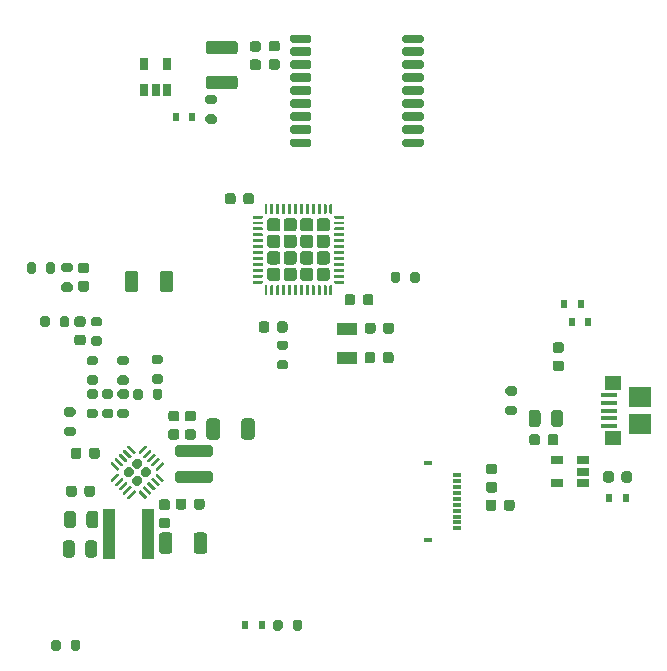
<source format=gbr>
%TF.GenerationSoftware,KiCad,Pcbnew,(5.1.10)-1*%
%TF.CreationDate,2021-11-23T09:49:32-07:00*%
%TF.ProjectId,SolarGPS,536f6c61-7247-4505-932e-6b696361645f,rev?*%
%TF.SameCoordinates,Original*%
%TF.FileFunction,Paste,Bot*%
%TF.FilePolarity,Positive*%
%FSLAX46Y46*%
G04 Gerber Fmt 4.6, Leading zero omitted, Abs format (unit mm)*
G04 Created by KiCad (PCBNEW (5.1.10)-1) date 2021-11-23 09:49:32*
%MOMM*%
%LPD*%
G01*
G04 APERTURE LIST*
%ADD10R,0.650000X1.060000*%
%ADD11R,0.600000X0.700000*%
%ADD12R,1.060000X0.650000*%
%ADD13R,1.450000X1.150000*%
%ADD14R,1.900000X1.750000*%
%ADD15R,1.400000X0.400000*%
%ADD16R,0.800000X0.400000*%
%ADD17R,0.800000X0.300000*%
%ADD18R,1.800000X1.000000*%
%ADD19R,1.000000X4.300000*%
G04 APERTURE END LIST*
D10*
%TO.C,U5*%
X64800000Y-62400000D03*
X62900000Y-62400000D03*
X62900000Y-64600000D03*
X63850000Y-64600000D03*
X64800000Y-64600000D03*
%TD*%
%TO.C,R7*%
G36*
G01*
X74600000Y-109675000D02*
X74600000Y-110225000D01*
G75*
G02*
X74400000Y-110425000I-200000J0D01*
G01*
X74000000Y-110425000D01*
G75*
G02*
X73800000Y-110225000I0J200000D01*
G01*
X73800000Y-109675000D01*
G75*
G02*
X74000000Y-109475000I200000J0D01*
G01*
X74400000Y-109475000D01*
G75*
G02*
X74600000Y-109675000I0J-200000D01*
G01*
G37*
G36*
G01*
X76250000Y-109675000D02*
X76250000Y-110225000D01*
G75*
G02*
X76050000Y-110425000I-200000J0D01*
G01*
X75650000Y-110425000D01*
G75*
G02*
X75450000Y-110225000I0J200000D01*
G01*
X75450000Y-109675000D01*
G75*
G02*
X75650000Y-109475000I200000J0D01*
G01*
X76050000Y-109475000D01*
G75*
G02*
X76250000Y-109675000I0J-200000D01*
G01*
G37*
%TD*%
D11*
%TO.C,D6*%
X71450000Y-109950000D03*
X72850000Y-109950000D03*
%TD*%
D12*
%TO.C,U4*%
X97800000Y-96000000D03*
X97800000Y-97900000D03*
X100000000Y-97900000D03*
X100000000Y-96950000D03*
X100000000Y-96000000D03*
%TD*%
D13*
%TO.C,J2*%
X102620000Y-89455000D03*
X102620000Y-94095000D03*
D14*
X104850000Y-90650000D03*
D15*
X102200000Y-91775000D03*
X102200000Y-92425000D03*
X102200000Y-93075000D03*
X102200000Y-90475000D03*
X102200000Y-91125000D03*
D14*
X104850000Y-92900000D03*
%TD*%
D11*
%TO.C,D5*%
X102250000Y-99200000D03*
X103650000Y-99200000D03*
%TD*%
%TO.C,D4*%
X99100000Y-84250000D03*
X100500000Y-84250000D03*
%TD*%
%TO.C,D3*%
X98450000Y-82750000D03*
X99850000Y-82750000D03*
%TD*%
%TO.C,C27*%
G36*
G01*
X103300000Y-97650000D02*
X103300000Y-97150000D01*
G75*
G02*
X103525000Y-96925000I225000J0D01*
G01*
X103975000Y-96925000D01*
G75*
G02*
X104200000Y-97150000I0J-225000D01*
G01*
X104200000Y-97650000D01*
G75*
G02*
X103975000Y-97875000I-225000J0D01*
G01*
X103525000Y-97875000D01*
G75*
G02*
X103300000Y-97650000I0J225000D01*
G01*
G37*
G36*
G01*
X101750000Y-97650000D02*
X101750000Y-97150000D01*
G75*
G02*
X101975000Y-96925000I225000J0D01*
G01*
X102425000Y-96925000D01*
G75*
G02*
X102650000Y-97150000I0J-225000D01*
G01*
X102650000Y-97650000D01*
G75*
G02*
X102425000Y-97875000I-225000J0D01*
G01*
X101975000Y-97875000D01*
G75*
G02*
X101750000Y-97650000I0J225000D01*
G01*
G37*
%TD*%
%TO.C,C19*%
G36*
G01*
X96400000Y-94000000D02*
X96400000Y-94500000D01*
G75*
G02*
X96175000Y-94725000I-225000J0D01*
G01*
X95725000Y-94725000D01*
G75*
G02*
X95500000Y-94500000I0J225000D01*
G01*
X95500000Y-94000000D01*
G75*
G02*
X95725000Y-93775000I225000J0D01*
G01*
X96175000Y-93775000D01*
G75*
G02*
X96400000Y-94000000I0J-225000D01*
G01*
G37*
G36*
G01*
X97950000Y-94000000D02*
X97950000Y-94500000D01*
G75*
G02*
X97725000Y-94725000I-225000J0D01*
G01*
X97275000Y-94725000D01*
G75*
G02*
X97050000Y-94500000I0J225000D01*
G01*
X97050000Y-94000000D01*
G75*
G02*
X97275000Y-93775000I225000J0D01*
G01*
X97725000Y-93775000D01*
G75*
G02*
X97950000Y-94000000I0J-225000D01*
G01*
G37*
%TD*%
%TO.C,C17*%
G36*
G01*
X97350000Y-92925000D02*
X97350000Y-91975000D01*
G75*
G02*
X97600000Y-91725000I250000J0D01*
G01*
X98100000Y-91725000D01*
G75*
G02*
X98350000Y-91975000I0J-250000D01*
G01*
X98350000Y-92925000D01*
G75*
G02*
X98100000Y-93175000I-250000J0D01*
G01*
X97600000Y-93175000D01*
G75*
G02*
X97350000Y-92925000I0J250000D01*
G01*
G37*
G36*
G01*
X95450000Y-92925000D02*
X95450000Y-91975000D01*
G75*
G02*
X95700000Y-91725000I250000J0D01*
G01*
X96200000Y-91725000D01*
G75*
G02*
X96450000Y-91975000I0J-250000D01*
G01*
X96450000Y-92925000D01*
G75*
G02*
X96200000Y-93175000I-250000J0D01*
G01*
X95700000Y-93175000D01*
G75*
G02*
X95450000Y-92925000I0J250000D01*
G01*
G37*
%TD*%
%TO.C,U3*%
G36*
G01*
X74165000Y-76615000D02*
X73535000Y-76615000D01*
G75*
G02*
X73285000Y-76365000I0J250000D01*
G01*
X73285000Y-75735000D01*
G75*
G02*
X73535000Y-75485000I250000J0D01*
G01*
X74165000Y-75485000D01*
G75*
G02*
X74415000Y-75735000I0J-250000D01*
G01*
X74415000Y-76365000D01*
G75*
G02*
X74165000Y-76615000I-250000J0D01*
G01*
G37*
G36*
G01*
X75565000Y-76615000D02*
X74935000Y-76615000D01*
G75*
G02*
X74685000Y-76365000I0J250000D01*
G01*
X74685000Y-75735000D01*
G75*
G02*
X74935000Y-75485000I250000J0D01*
G01*
X75565000Y-75485000D01*
G75*
G02*
X75815000Y-75735000I0J-250000D01*
G01*
X75815000Y-76365000D01*
G75*
G02*
X75565000Y-76615000I-250000J0D01*
G01*
G37*
G36*
G01*
X76965000Y-76615000D02*
X76335000Y-76615000D01*
G75*
G02*
X76085000Y-76365000I0J250000D01*
G01*
X76085000Y-75735000D01*
G75*
G02*
X76335000Y-75485000I250000J0D01*
G01*
X76965000Y-75485000D01*
G75*
G02*
X77215000Y-75735000I0J-250000D01*
G01*
X77215000Y-76365000D01*
G75*
G02*
X76965000Y-76615000I-250000J0D01*
G01*
G37*
G36*
G01*
X78365000Y-76615000D02*
X77735000Y-76615000D01*
G75*
G02*
X77485000Y-76365000I0J250000D01*
G01*
X77485000Y-75735000D01*
G75*
G02*
X77735000Y-75485000I250000J0D01*
G01*
X78365000Y-75485000D01*
G75*
G02*
X78615000Y-75735000I0J-250000D01*
G01*
X78615000Y-76365000D01*
G75*
G02*
X78365000Y-76615000I-250000J0D01*
G01*
G37*
G36*
G01*
X74165000Y-78015000D02*
X73535000Y-78015000D01*
G75*
G02*
X73285000Y-77765000I0J250000D01*
G01*
X73285000Y-77135000D01*
G75*
G02*
X73535000Y-76885000I250000J0D01*
G01*
X74165000Y-76885000D01*
G75*
G02*
X74415000Y-77135000I0J-250000D01*
G01*
X74415000Y-77765000D01*
G75*
G02*
X74165000Y-78015000I-250000J0D01*
G01*
G37*
G36*
G01*
X75565000Y-78015000D02*
X74935000Y-78015000D01*
G75*
G02*
X74685000Y-77765000I0J250000D01*
G01*
X74685000Y-77135000D01*
G75*
G02*
X74935000Y-76885000I250000J0D01*
G01*
X75565000Y-76885000D01*
G75*
G02*
X75815000Y-77135000I0J-250000D01*
G01*
X75815000Y-77765000D01*
G75*
G02*
X75565000Y-78015000I-250000J0D01*
G01*
G37*
G36*
G01*
X76965000Y-78015000D02*
X76335000Y-78015000D01*
G75*
G02*
X76085000Y-77765000I0J250000D01*
G01*
X76085000Y-77135000D01*
G75*
G02*
X76335000Y-76885000I250000J0D01*
G01*
X76965000Y-76885000D01*
G75*
G02*
X77215000Y-77135000I0J-250000D01*
G01*
X77215000Y-77765000D01*
G75*
G02*
X76965000Y-78015000I-250000J0D01*
G01*
G37*
G36*
G01*
X78365000Y-78015000D02*
X77735000Y-78015000D01*
G75*
G02*
X77485000Y-77765000I0J250000D01*
G01*
X77485000Y-77135000D01*
G75*
G02*
X77735000Y-76885000I250000J0D01*
G01*
X78365000Y-76885000D01*
G75*
G02*
X78615000Y-77135000I0J-250000D01*
G01*
X78615000Y-77765000D01*
G75*
G02*
X78365000Y-78015000I-250000J0D01*
G01*
G37*
G36*
G01*
X74165000Y-79415000D02*
X73535000Y-79415000D01*
G75*
G02*
X73285000Y-79165000I0J250000D01*
G01*
X73285000Y-78535000D01*
G75*
G02*
X73535000Y-78285000I250000J0D01*
G01*
X74165000Y-78285000D01*
G75*
G02*
X74415000Y-78535000I0J-250000D01*
G01*
X74415000Y-79165000D01*
G75*
G02*
X74165000Y-79415000I-250000J0D01*
G01*
G37*
G36*
G01*
X75565000Y-79415000D02*
X74935000Y-79415000D01*
G75*
G02*
X74685000Y-79165000I0J250000D01*
G01*
X74685000Y-78535000D01*
G75*
G02*
X74935000Y-78285000I250000J0D01*
G01*
X75565000Y-78285000D01*
G75*
G02*
X75815000Y-78535000I0J-250000D01*
G01*
X75815000Y-79165000D01*
G75*
G02*
X75565000Y-79415000I-250000J0D01*
G01*
G37*
G36*
G01*
X76965000Y-79415000D02*
X76335000Y-79415000D01*
G75*
G02*
X76085000Y-79165000I0J250000D01*
G01*
X76085000Y-78535000D01*
G75*
G02*
X76335000Y-78285000I250000J0D01*
G01*
X76965000Y-78285000D01*
G75*
G02*
X77215000Y-78535000I0J-250000D01*
G01*
X77215000Y-79165000D01*
G75*
G02*
X76965000Y-79415000I-250000J0D01*
G01*
G37*
G36*
G01*
X78365000Y-79415000D02*
X77735000Y-79415000D01*
G75*
G02*
X77485000Y-79165000I0J250000D01*
G01*
X77485000Y-78535000D01*
G75*
G02*
X77735000Y-78285000I250000J0D01*
G01*
X78365000Y-78285000D01*
G75*
G02*
X78615000Y-78535000I0J-250000D01*
G01*
X78615000Y-79165000D01*
G75*
G02*
X78365000Y-79415000I-250000J0D01*
G01*
G37*
G36*
G01*
X74165000Y-80815000D02*
X73535000Y-80815000D01*
G75*
G02*
X73285000Y-80565000I0J250000D01*
G01*
X73285000Y-79935000D01*
G75*
G02*
X73535000Y-79685000I250000J0D01*
G01*
X74165000Y-79685000D01*
G75*
G02*
X74415000Y-79935000I0J-250000D01*
G01*
X74415000Y-80565000D01*
G75*
G02*
X74165000Y-80815000I-250000J0D01*
G01*
G37*
G36*
G01*
X75565000Y-80815000D02*
X74935000Y-80815000D01*
G75*
G02*
X74685000Y-80565000I0J250000D01*
G01*
X74685000Y-79935000D01*
G75*
G02*
X74935000Y-79685000I250000J0D01*
G01*
X75565000Y-79685000D01*
G75*
G02*
X75815000Y-79935000I0J-250000D01*
G01*
X75815000Y-80565000D01*
G75*
G02*
X75565000Y-80815000I-250000J0D01*
G01*
G37*
G36*
G01*
X76965000Y-80815000D02*
X76335000Y-80815000D01*
G75*
G02*
X76085000Y-80565000I0J250000D01*
G01*
X76085000Y-79935000D01*
G75*
G02*
X76335000Y-79685000I250000J0D01*
G01*
X76965000Y-79685000D01*
G75*
G02*
X77215000Y-79935000I0J-250000D01*
G01*
X77215000Y-80565000D01*
G75*
G02*
X76965000Y-80815000I-250000J0D01*
G01*
G37*
G36*
G01*
X78365000Y-80815000D02*
X77735000Y-80815000D01*
G75*
G02*
X77485000Y-80565000I0J250000D01*
G01*
X77485000Y-79935000D01*
G75*
G02*
X77735000Y-79685000I250000J0D01*
G01*
X78365000Y-79685000D01*
G75*
G02*
X78615000Y-79935000I0J-250000D01*
G01*
X78615000Y-80565000D01*
G75*
G02*
X78365000Y-80815000I-250000J0D01*
G01*
G37*
G36*
G01*
X79762500Y-81025000D02*
X79012500Y-81025000D01*
G75*
G02*
X78950000Y-80962500I0J62500D01*
G01*
X78950000Y-80837500D01*
G75*
G02*
X79012500Y-80775000I62500J0D01*
G01*
X79762500Y-80775000D01*
G75*
G02*
X79825000Y-80837500I0J-62500D01*
G01*
X79825000Y-80962500D01*
G75*
G02*
X79762500Y-81025000I-62500J0D01*
G01*
G37*
G36*
G01*
X79762500Y-80525000D02*
X79012500Y-80525000D01*
G75*
G02*
X78950000Y-80462500I0J62500D01*
G01*
X78950000Y-80337500D01*
G75*
G02*
X79012500Y-80275000I62500J0D01*
G01*
X79762500Y-80275000D01*
G75*
G02*
X79825000Y-80337500I0J-62500D01*
G01*
X79825000Y-80462500D01*
G75*
G02*
X79762500Y-80525000I-62500J0D01*
G01*
G37*
G36*
G01*
X79762500Y-80025000D02*
X79012500Y-80025000D01*
G75*
G02*
X78950000Y-79962500I0J62500D01*
G01*
X78950000Y-79837500D01*
G75*
G02*
X79012500Y-79775000I62500J0D01*
G01*
X79762500Y-79775000D01*
G75*
G02*
X79825000Y-79837500I0J-62500D01*
G01*
X79825000Y-79962500D01*
G75*
G02*
X79762500Y-80025000I-62500J0D01*
G01*
G37*
G36*
G01*
X79762500Y-79525000D02*
X79012500Y-79525000D01*
G75*
G02*
X78950000Y-79462500I0J62500D01*
G01*
X78950000Y-79337500D01*
G75*
G02*
X79012500Y-79275000I62500J0D01*
G01*
X79762500Y-79275000D01*
G75*
G02*
X79825000Y-79337500I0J-62500D01*
G01*
X79825000Y-79462500D01*
G75*
G02*
X79762500Y-79525000I-62500J0D01*
G01*
G37*
G36*
G01*
X79762500Y-79025000D02*
X79012500Y-79025000D01*
G75*
G02*
X78950000Y-78962500I0J62500D01*
G01*
X78950000Y-78837500D01*
G75*
G02*
X79012500Y-78775000I62500J0D01*
G01*
X79762500Y-78775000D01*
G75*
G02*
X79825000Y-78837500I0J-62500D01*
G01*
X79825000Y-78962500D01*
G75*
G02*
X79762500Y-79025000I-62500J0D01*
G01*
G37*
G36*
G01*
X79762500Y-78525000D02*
X79012500Y-78525000D01*
G75*
G02*
X78950000Y-78462500I0J62500D01*
G01*
X78950000Y-78337500D01*
G75*
G02*
X79012500Y-78275000I62500J0D01*
G01*
X79762500Y-78275000D01*
G75*
G02*
X79825000Y-78337500I0J-62500D01*
G01*
X79825000Y-78462500D01*
G75*
G02*
X79762500Y-78525000I-62500J0D01*
G01*
G37*
G36*
G01*
X79762500Y-78025000D02*
X79012500Y-78025000D01*
G75*
G02*
X78950000Y-77962500I0J62500D01*
G01*
X78950000Y-77837500D01*
G75*
G02*
X79012500Y-77775000I62500J0D01*
G01*
X79762500Y-77775000D01*
G75*
G02*
X79825000Y-77837500I0J-62500D01*
G01*
X79825000Y-77962500D01*
G75*
G02*
X79762500Y-78025000I-62500J0D01*
G01*
G37*
G36*
G01*
X79762500Y-77525000D02*
X79012500Y-77525000D01*
G75*
G02*
X78950000Y-77462500I0J62500D01*
G01*
X78950000Y-77337500D01*
G75*
G02*
X79012500Y-77275000I62500J0D01*
G01*
X79762500Y-77275000D01*
G75*
G02*
X79825000Y-77337500I0J-62500D01*
G01*
X79825000Y-77462500D01*
G75*
G02*
X79762500Y-77525000I-62500J0D01*
G01*
G37*
G36*
G01*
X79762500Y-77025000D02*
X79012500Y-77025000D01*
G75*
G02*
X78950000Y-76962500I0J62500D01*
G01*
X78950000Y-76837500D01*
G75*
G02*
X79012500Y-76775000I62500J0D01*
G01*
X79762500Y-76775000D01*
G75*
G02*
X79825000Y-76837500I0J-62500D01*
G01*
X79825000Y-76962500D01*
G75*
G02*
X79762500Y-77025000I-62500J0D01*
G01*
G37*
G36*
G01*
X79762500Y-76525000D02*
X79012500Y-76525000D01*
G75*
G02*
X78950000Y-76462500I0J62500D01*
G01*
X78950000Y-76337500D01*
G75*
G02*
X79012500Y-76275000I62500J0D01*
G01*
X79762500Y-76275000D01*
G75*
G02*
X79825000Y-76337500I0J-62500D01*
G01*
X79825000Y-76462500D01*
G75*
G02*
X79762500Y-76525000I-62500J0D01*
G01*
G37*
G36*
G01*
X79762500Y-76025000D02*
X79012500Y-76025000D01*
G75*
G02*
X78950000Y-75962500I0J62500D01*
G01*
X78950000Y-75837500D01*
G75*
G02*
X79012500Y-75775000I62500J0D01*
G01*
X79762500Y-75775000D01*
G75*
G02*
X79825000Y-75837500I0J-62500D01*
G01*
X79825000Y-75962500D01*
G75*
G02*
X79762500Y-76025000I-62500J0D01*
G01*
G37*
G36*
G01*
X79762500Y-75525000D02*
X79012500Y-75525000D01*
G75*
G02*
X78950000Y-75462500I0J62500D01*
G01*
X78950000Y-75337500D01*
G75*
G02*
X79012500Y-75275000I62500J0D01*
G01*
X79762500Y-75275000D01*
G75*
G02*
X79825000Y-75337500I0J-62500D01*
G01*
X79825000Y-75462500D01*
G75*
G02*
X79762500Y-75525000I-62500J0D01*
G01*
G37*
G36*
G01*
X78762500Y-75150000D02*
X78637500Y-75150000D01*
G75*
G02*
X78575000Y-75087500I0J62500D01*
G01*
X78575000Y-74337500D01*
G75*
G02*
X78637500Y-74275000I62500J0D01*
G01*
X78762500Y-74275000D01*
G75*
G02*
X78825000Y-74337500I0J-62500D01*
G01*
X78825000Y-75087500D01*
G75*
G02*
X78762500Y-75150000I-62500J0D01*
G01*
G37*
G36*
G01*
X78262500Y-75150000D02*
X78137500Y-75150000D01*
G75*
G02*
X78075000Y-75087500I0J62500D01*
G01*
X78075000Y-74337500D01*
G75*
G02*
X78137500Y-74275000I62500J0D01*
G01*
X78262500Y-74275000D01*
G75*
G02*
X78325000Y-74337500I0J-62500D01*
G01*
X78325000Y-75087500D01*
G75*
G02*
X78262500Y-75150000I-62500J0D01*
G01*
G37*
G36*
G01*
X77762500Y-75150000D02*
X77637500Y-75150000D01*
G75*
G02*
X77575000Y-75087500I0J62500D01*
G01*
X77575000Y-74337500D01*
G75*
G02*
X77637500Y-74275000I62500J0D01*
G01*
X77762500Y-74275000D01*
G75*
G02*
X77825000Y-74337500I0J-62500D01*
G01*
X77825000Y-75087500D01*
G75*
G02*
X77762500Y-75150000I-62500J0D01*
G01*
G37*
G36*
G01*
X77262500Y-75150000D02*
X77137500Y-75150000D01*
G75*
G02*
X77075000Y-75087500I0J62500D01*
G01*
X77075000Y-74337500D01*
G75*
G02*
X77137500Y-74275000I62500J0D01*
G01*
X77262500Y-74275000D01*
G75*
G02*
X77325000Y-74337500I0J-62500D01*
G01*
X77325000Y-75087500D01*
G75*
G02*
X77262500Y-75150000I-62500J0D01*
G01*
G37*
G36*
G01*
X76762500Y-75150000D02*
X76637500Y-75150000D01*
G75*
G02*
X76575000Y-75087500I0J62500D01*
G01*
X76575000Y-74337500D01*
G75*
G02*
X76637500Y-74275000I62500J0D01*
G01*
X76762500Y-74275000D01*
G75*
G02*
X76825000Y-74337500I0J-62500D01*
G01*
X76825000Y-75087500D01*
G75*
G02*
X76762500Y-75150000I-62500J0D01*
G01*
G37*
G36*
G01*
X76262500Y-75150000D02*
X76137500Y-75150000D01*
G75*
G02*
X76075000Y-75087500I0J62500D01*
G01*
X76075000Y-74337500D01*
G75*
G02*
X76137500Y-74275000I62500J0D01*
G01*
X76262500Y-74275000D01*
G75*
G02*
X76325000Y-74337500I0J-62500D01*
G01*
X76325000Y-75087500D01*
G75*
G02*
X76262500Y-75150000I-62500J0D01*
G01*
G37*
G36*
G01*
X75762500Y-75150000D02*
X75637500Y-75150000D01*
G75*
G02*
X75575000Y-75087500I0J62500D01*
G01*
X75575000Y-74337500D01*
G75*
G02*
X75637500Y-74275000I62500J0D01*
G01*
X75762500Y-74275000D01*
G75*
G02*
X75825000Y-74337500I0J-62500D01*
G01*
X75825000Y-75087500D01*
G75*
G02*
X75762500Y-75150000I-62500J0D01*
G01*
G37*
G36*
G01*
X75262500Y-75150000D02*
X75137500Y-75150000D01*
G75*
G02*
X75075000Y-75087500I0J62500D01*
G01*
X75075000Y-74337500D01*
G75*
G02*
X75137500Y-74275000I62500J0D01*
G01*
X75262500Y-74275000D01*
G75*
G02*
X75325000Y-74337500I0J-62500D01*
G01*
X75325000Y-75087500D01*
G75*
G02*
X75262500Y-75150000I-62500J0D01*
G01*
G37*
G36*
G01*
X74762500Y-75150000D02*
X74637500Y-75150000D01*
G75*
G02*
X74575000Y-75087500I0J62500D01*
G01*
X74575000Y-74337500D01*
G75*
G02*
X74637500Y-74275000I62500J0D01*
G01*
X74762500Y-74275000D01*
G75*
G02*
X74825000Y-74337500I0J-62500D01*
G01*
X74825000Y-75087500D01*
G75*
G02*
X74762500Y-75150000I-62500J0D01*
G01*
G37*
G36*
G01*
X74262500Y-75150000D02*
X74137500Y-75150000D01*
G75*
G02*
X74075000Y-75087500I0J62500D01*
G01*
X74075000Y-74337500D01*
G75*
G02*
X74137500Y-74275000I62500J0D01*
G01*
X74262500Y-74275000D01*
G75*
G02*
X74325000Y-74337500I0J-62500D01*
G01*
X74325000Y-75087500D01*
G75*
G02*
X74262500Y-75150000I-62500J0D01*
G01*
G37*
G36*
G01*
X73762500Y-75150000D02*
X73637500Y-75150000D01*
G75*
G02*
X73575000Y-75087500I0J62500D01*
G01*
X73575000Y-74337500D01*
G75*
G02*
X73637500Y-74275000I62500J0D01*
G01*
X73762500Y-74275000D01*
G75*
G02*
X73825000Y-74337500I0J-62500D01*
G01*
X73825000Y-75087500D01*
G75*
G02*
X73762500Y-75150000I-62500J0D01*
G01*
G37*
G36*
G01*
X73262500Y-75150000D02*
X73137500Y-75150000D01*
G75*
G02*
X73075000Y-75087500I0J62500D01*
G01*
X73075000Y-74337500D01*
G75*
G02*
X73137500Y-74275000I62500J0D01*
G01*
X73262500Y-74275000D01*
G75*
G02*
X73325000Y-74337500I0J-62500D01*
G01*
X73325000Y-75087500D01*
G75*
G02*
X73262500Y-75150000I-62500J0D01*
G01*
G37*
G36*
G01*
X72887500Y-75525000D02*
X72137500Y-75525000D01*
G75*
G02*
X72075000Y-75462500I0J62500D01*
G01*
X72075000Y-75337500D01*
G75*
G02*
X72137500Y-75275000I62500J0D01*
G01*
X72887500Y-75275000D01*
G75*
G02*
X72950000Y-75337500I0J-62500D01*
G01*
X72950000Y-75462500D01*
G75*
G02*
X72887500Y-75525000I-62500J0D01*
G01*
G37*
G36*
G01*
X72887500Y-76025000D02*
X72137500Y-76025000D01*
G75*
G02*
X72075000Y-75962500I0J62500D01*
G01*
X72075000Y-75837500D01*
G75*
G02*
X72137500Y-75775000I62500J0D01*
G01*
X72887500Y-75775000D01*
G75*
G02*
X72950000Y-75837500I0J-62500D01*
G01*
X72950000Y-75962500D01*
G75*
G02*
X72887500Y-76025000I-62500J0D01*
G01*
G37*
G36*
G01*
X72887500Y-76525000D02*
X72137500Y-76525000D01*
G75*
G02*
X72075000Y-76462500I0J62500D01*
G01*
X72075000Y-76337500D01*
G75*
G02*
X72137500Y-76275000I62500J0D01*
G01*
X72887500Y-76275000D01*
G75*
G02*
X72950000Y-76337500I0J-62500D01*
G01*
X72950000Y-76462500D01*
G75*
G02*
X72887500Y-76525000I-62500J0D01*
G01*
G37*
G36*
G01*
X72887500Y-77025000D02*
X72137500Y-77025000D01*
G75*
G02*
X72075000Y-76962500I0J62500D01*
G01*
X72075000Y-76837500D01*
G75*
G02*
X72137500Y-76775000I62500J0D01*
G01*
X72887500Y-76775000D01*
G75*
G02*
X72950000Y-76837500I0J-62500D01*
G01*
X72950000Y-76962500D01*
G75*
G02*
X72887500Y-77025000I-62500J0D01*
G01*
G37*
G36*
G01*
X72887500Y-77525000D02*
X72137500Y-77525000D01*
G75*
G02*
X72075000Y-77462500I0J62500D01*
G01*
X72075000Y-77337500D01*
G75*
G02*
X72137500Y-77275000I62500J0D01*
G01*
X72887500Y-77275000D01*
G75*
G02*
X72950000Y-77337500I0J-62500D01*
G01*
X72950000Y-77462500D01*
G75*
G02*
X72887500Y-77525000I-62500J0D01*
G01*
G37*
G36*
G01*
X72887500Y-78025000D02*
X72137500Y-78025000D01*
G75*
G02*
X72075000Y-77962500I0J62500D01*
G01*
X72075000Y-77837500D01*
G75*
G02*
X72137500Y-77775000I62500J0D01*
G01*
X72887500Y-77775000D01*
G75*
G02*
X72950000Y-77837500I0J-62500D01*
G01*
X72950000Y-77962500D01*
G75*
G02*
X72887500Y-78025000I-62500J0D01*
G01*
G37*
G36*
G01*
X72887500Y-78525000D02*
X72137500Y-78525000D01*
G75*
G02*
X72075000Y-78462500I0J62500D01*
G01*
X72075000Y-78337500D01*
G75*
G02*
X72137500Y-78275000I62500J0D01*
G01*
X72887500Y-78275000D01*
G75*
G02*
X72950000Y-78337500I0J-62500D01*
G01*
X72950000Y-78462500D01*
G75*
G02*
X72887500Y-78525000I-62500J0D01*
G01*
G37*
G36*
G01*
X72887500Y-79025000D02*
X72137500Y-79025000D01*
G75*
G02*
X72075000Y-78962500I0J62500D01*
G01*
X72075000Y-78837500D01*
G75*
G02*
X72137500Y-78775000I62500J0D01*
G01*
X72887500Y-78775000D01*
G75*
G02*
X72950000Y-78837500I0J-62500D01*
G01*
X72950000Y-78962500D01*
G75*
G02*
X72887500Y-79025000I-62500J0D01*
G01*
G37*
G36*
G01*
X72887500Y-79525000D02*
X72137500Y-79525000D01*
G75*
G02*
X72075000Y-79462500I0J62500D01*
G01*
X72075000Y-79337500D01*
G75*
G02*
X72137500Y-79275000I62500J0D01*
G01*
X72887500Y-79275000D01*
G75*
G02*
X72950000Y-79337500I0J-62500D01*
G01*
X72950000Y-79462500D01*
G75*
G02*
X72887500Y-79525000I-62500J0D01*
G01*
G37*
G36*
G01*
X72887500Y-80025000D02*
X72137500Y-80025000D01*
G75*
G02*
X72075000Y-79962500I0J62500D01*
G01*
X72075000Y-79837500D01*
G75*
G02*
X72137500Y-79775000I62500J0D01*
G01*
X72887500Y-79775000D01*
G75*
G02*
X72950000Y-79837500I0J-62500D01*
G01*
X72950000Y-79962500D01*
G75*
G02*
X72887500Y-80025000I-62500J0D01*
G01*
G37*
G36*
G01*
X72887500Y-80525000D02*
X72137500Y-80525000D01*
G75*
G02*
X72075000Y-80462500I0J62500D01*
G01*
X72075000Y-80337500D01*
G75*
G02*
X72137500Y-80275000I62500J0D01*
G01*
X72887500Y-80275000D01*
G75*
G02*
X72950000Y-80337500I0J-62500D01*
G01*
X72950000Y-80462500D01*
G75*
G02*
X72887500Y-80525000I-62500J0D01*
G01*
G37*
G36*
G01*
X72887500Y-81025000D02*
X72137500Y-81025000D01*
G75*
G02*
X72075000Y-80962500I0J62500D01*
G01*
X72075000Y-80837500D01*
G75*
G02*
X72137500Y-80775000I62500J0D01*
G01*
X72887500Y-80775000D01*
G75*
G02*
X72950000Y-80837500I0J-62500D01*
G01*
X72950000Y-80962500D01*
G75*
G02*
X72887500Y-81025000I-62500J0D01*
G01*
G37*
G36*
G01*
X73262500Y-82025000D02*
X73137500Y-82025000D01*
G75*
G02*
X73075000Y-81962500I0J62500D01*
G01*
X73075000Y-81212500D01*
G75*
G02*
X73137500Y-81150000I62500J0D01*
G01*
X73262500Y-81150000D01*
G75*
G02*
X73325000Y-81212500I0J-62500D01*
G01*
X73325000Y-81962500D01*
G75*
G02*
X73262500Y-82025000I-62500J0D01*
G01*
G37*
G36*
G01*
X73762500Y-82025000D02*
X73637500Y-82025000D01*
G75*
G02*
X73575000Y-81962500I0J62500D01*
G01*
X73575000Y-81212500D01*
G75*
G02*
X73637500Y-81150000I62500J0D01*
G01*
X73762500Y-81150000D01*
G75*
G02*
X73825000Y-81212500I0J-62500D01*
G01*
X73825000Y-81962500D01*
G75*
G02*
X73762500Y-82025000I-62500J0D01*
G01*
G37*
G36*
G01*
X74262500Y-82025000D02*
X74137500Y-82025000D01*
G75*
G02*
X74075000Y-81962500I0J62500D01*
G01*
X74075000Y-81212500D01*
G75*
G02*
X74137500Y-81150000I62500J0D01*
G01*
X74262500Y-81150000D01*
G75*
G02*
X74325000Y-81212500I0J-62500D01*
G01*
X74325000Y-81962500D01*
G75*
G02*
X74262500Y-82025000I-62500J0D01*
G01*
G37*
G36*
G01*
X74762500Y-82025000D02*
X74637500Y-82025000D01*
G75*
G02*
X74575000Y-81962500I0J62500D01*
G01*
X74575000Y-81212500D01*
G75*
G02*
X74637500Y-81150000I62500J0D01*
G01*
X74762500Y-81150000D01*
G75*
G02*
X74825000Y-81212500I0J-62500D01*
G01*
X74825000Y-81962500D01*
G75*
G02*
X74762500Y-82025000I-62500J0D01*
G01*
G37*
G36*
G01*
X75262500Y-82025000D02*
X75137500Y-82025000D01*
G75*
G02*
X75075000Y-81962500I0J62500D01*
G01*
X75075000Y-81212500D01*
G75*
G02*
X75137500Y-81150000I62500J0D01*
G01*
X75262500Y-81150000D01*
G75*
G02*
X75325000Y-81212500I0J-62500D01*
G01*
X75325000Y-81962500D01*
G75*
G02*
X75262500Y-82025000I-62500J0D01*
G01*
G37*
G36*
G01*
X75762500Y-82025000D02*
X75637500Y-82025000D01*
G75*
G02*
X75575000Y-81962500I0J62500D01*
G01*
X75575000Y-81212500D01*
G75*
G02*
X75637500Y-81150000I62500J0D01*
G01*
X75762500Y-81150000D01*
G75*
G02*
X75825000Y-81212500I0J-62500D01*
G01*
X75825000Y-81962500D01*
G75*
G02*
X75762500Y-82025000I-62500J0D01*
G01*
G37*
G36*
G01*
X76262500Y-82025000D02*
X76137500Y-82025000D01*
G75*
G02*
X76075000Y-81962500I0J62500D01*
G01*
X76075000Y-81212500D01*
G75*
G02*
X76137500Y-81150000I62500J0D01*
G01*
X76262500Y-81150000D01*
G75*
G02*
X76325000Y-81212500I0J-62500D01*
G01*
X76325000Y-81962500D01*
G75*
G02*
X76262500Y-82025000I-62500J0D01*
G01*
G37*
G36*
G01*
X76762500Y-82025000D02*
X76637500Y-82025000D01*
G75*
G02*
X76575000Y-81962500I0J62500D01*
G01*
X76575000Y-81212500D01*
G75*
G02*
X76637500Y-81150000I62500J0D01*
G01*
X76762500Y-81150000D01*
G75*
G02*
X76825000Y-81212500I0J-62500D01*
G01*
X76825000Y-81962500D01*
G75*
G02*
X76762500Y-82025000I-62500J0D01*
G01*
G37*
G36*
G01*
X77262500Y-82025000D02*
X77137500Y-82025000D01*
G75*
G02*
X77075000Y-81962500I0J62500D01*
G01*
X77075000Y-81212500D01*
G75*
G02*
X77137500Y-81150000I62500J0D01*
G01*
X77262500Y-81150000D01*
G75*
G02*
X77325000Y-81212500I0J-62500D01*
G01*
X77325000Y-81962500D01*
G75*
G02*
X77262500Y-82025000I-62500J0D01*
G01*
G37*
G36*
G01*
X77762500Y-82025000D02*
X77637500Y-82025000D01*
G75*
G02*
X77575000Y-81962500I0J62500D01*
G01*
X77575000Y-81212500D01*
G75*
G02*
X77637500Y-81150000I62500J0D01*
G01*
X77762500Y-81150000D01*
G75*
G02*
X77825000Y-81212500I0J-62500D01*
G01*
X77825000Y-81962500D01*
G75*
G02*
X77762500Y-82025000I-62500J0D01*
G01*
G37*
G36*
G01*
X78262500Y-82025000D02*
X78137500Y-82025000D01*
G75*
G02*
X78075000Y-81962500I0J62500D01*
G01*
X78075000Y-81212500D01*
G75*
G02*
X78137500Y-81150000I62500J0D01*
G01*
X78262500Y-81150000D01*
G75*
G02*
X78325000Y-81212500I0J-62500D01*
G01*
X78325000Y-81962500D01*
G75*
G02*
X78262500Y-82025000I-62500J0D01*
G01*
G37*
G36*
G01*
X78762500Y-82025000D02*
X78637500Y-82025000D01*
G75*
G02*
X78575000Y-81962500I0J62500D01*
G01*
X78575000Y-81212500D01*
G75*
G02*
X78637500Y-81150000I62500J0D01*
G01*
X78762500Y-81150000D01*
G75*
G02*
X78825000Y-81212500I0J-62500D01*
G01*
X78825000Y-81962500D01*
G75*
G02*
X78762500Y-82025000I-62500J0D01*
G01*
G37*
%TD*%
%TO.C,D1*%
X66950000Y-66900000D03*
X65550000Y-66900000D03*
%TD*%
%TO.C,R6*%
G36*
G01*
X68275000Y-66700000D02*
X68825000Y-66700000D01*
G75*
G02*
X69025000Y-66900000I0J-200000D01*
G01*
X69025000Y-67300000D01*
G75*
G02*
X68825000Y-67500000I-200000J0D01*
G01*
X68275000Y-67500000D01*
G75*
G02*
X68075000Y-67300000I0J200000D01*
G01*
X68075000Y-66900000D01*
G75*
G02*
X68275000Y-66700000I200000J0D01*
G01*
G37*
G36*
G01*
X68275000Y-65050000D02*
X68825000Y-65050000D01*
G75*
G02*
X69025000Y-65250000I0J-200000D01*
G01*
X69025000Y-65650000D01*
G75*
G02*
X68825000Y-65850000I-200000J0D01*
G01*
X68275000Y-65850000D01*
G75*
G02*
X68075000Y-65650000I0J200000D01*
G01*
X68075000Y-65250000D01*
G75*
G02*
X68275000Y-65050000I200000J0D01*
G01*
G37*
%TD*%
%TO.C,C16*%
G36*
G01*
X70550001Y-61625000D02*
X68349999Y-61625000D01*
G75*
G02*
X68100000Y-61375001I0J249999D01*
G01*
X68100000Y-60724999D01*
G75*
G02*
X68349999Y-60475000I249999J0D01*
G01*
X70550001Y-60475000D01*
G75*
G02*
X70800000Y-60724999I0J-249999D01*
G01*
X70800000Y-61375001D01*
G75*
G02*
X70550001Y-61625000I-249999J0D01*
G01*
G37*
G36*
G01*
X70550001Y-64575000D02*
X68349999Y-64575000D01*
G75*
G02*
X68100000Y-64325001I0J249999D01*
G01*
X68100000Y-63674999D01*
G75*
G02*
X68349999Y-63425000I249999J0D01*
G01*
X70550001Y-63425000D01*
G75*
G02*
X70800000Y-63674999I0J-249999D01*
G01*
X70800000Y-64325001D01*
G75*
G02*
X70550001Y-64575000I-249999J0D01*
G01*
G37*
%TD*%
%TO.C,R5*%
G36*
G01*
X55825000Y-111375000D02*
X55825000Y-111925000D01*
G75*
G02*
X55625000Y-112125000I-200000J0D01*
G01*
X55225000Y-112125000D01*
G75*
G02*
X55025000Y-111925000I0J200000D01*
G01*
X55025000Y-111375000D01*
G75*
G02*
X55225000Y-111175000I200000J0D01*
G01*
X55625000Y-111175000D01*
G75*
G02*
X55825000Y-111375000I0J-200000D01*
G01*
G37*
G36*
G01*
X57475000Y-111375000D02*
X57475000Y-111925000D01*
G75*
G02*
X57275000Y-112125000I-200000J0D01*
G01*
X56875000Y-112125000D01*
G75*
G02*
X56675000Y-111925000I0J200000D01*
G01*
X56675000Y-111375000D01*
G75*
G02*
X56875000Y-111175000I200000J0D01*
G01*
X57275000Y-111175000D01*
G75*
G02*
X57475000Y-111375000I0J-200000D01*
G01*
G37*
%TD*%
D16*
%TO.C,J1*%
X86900000Y-96250000D03*
X86900000Y-102750000D03*
D17*
X89400000Y-97250000D03*
X89400000Y-97750000D03*
X89400000Y-98250000D03*
X89400000Y-98750000D03*
X89400000Y-99250000D03*
X89400000Y-99750000D03*
X89400000Y-100250000D03*
X89400000Y-100750000D03*
X89400000Y-101250000D03*
X89400000Y-101750000D03*
%TD*%
D18*
%TO.C,Y1*%
X80050000Y-84850000D03*
X80050000Y-87350000D03*
%TD*%
%TO.C,U2*%
G36*
G01*
X84750000Y-69275000D02*
X84750000Y-68925000D01*
G75*
G02*
X84925000Y-68750000I175000J0D01*
G01*
X86375000Y-68750000D01*
G75*
G02*
X86550000Y-68925000I0J-175000D01*
G01*
X86550000Y-69275000D01*
G75*
G02*
X86375000Y-69450000I-175000J0D01*
G01*
X84925000Y-69450000D01*
G75*
G02*
X84750000Y-69275000I0J175000D01*
G01*
G37*
G36*
G01*
X84750000Y-68200000D02*
X84750000Y-67800000D01*
G75*
G02*
X84950000Y-67600000I200000J0D01*
G01*
X86350000Y-67600000D01*
G75*
G02*
X86550000Y-67800000I0J-200000D01*
G01*
X86550000Y-68200000D01*
G75*
G02*
X86350000Y-68400000I-200000J0D01*
G01*
X84950000Y-68400000D01*
G75*
G02*
X84750000Y-68200000I0J200000D01*
G01*
G37*
G36*
G01*
X84750000Y-67100000D02*
X84750000Y-66700000D01*
G75*
G02*
X84950000Y-66500000I200000J0D01*
G01*
X86350000Y-66500000D01*
G75*
G02*
X86550000Y-66700000I0J-200000D01*
G01*
X86550000Y-67100000D01*
G75*
G02*
X86350000Y-67300000I-200000J0D01*
G01*
X84950000Y-67300000D01*
G75*
G02*
X84750000Y-67100000I0J200000D01*
G01*
G37*
G36*
G01*
X84750000Y-66000000D02*
X84750000Y-65600000D01*
G75*
G02*
X84950000Y-65400000I200000J0D01*
G01*
X86350000Y-65400000D01*
G75*
G02*
X86550000Y-65600000I0J-200000D01*
G01*
X86550000Y-66000000D01*
G75*
G02*
X86350000Y-66200000I-200000J0D01*
G01*
X84950000Y-66200000D01*
G75*
G02*
X84750000Y-66000000I0J200000D01*
G01*
G37*
G36*
G01*
X84750000Y-64900000D02*
X84750000Y-64500000D01*
G75*
G02*
X84950000Y-64300000I200000J0D01*
G01*
X86350000Y-64300000D01*
G75*
G02*
X86550000Y-64500000I0J-200000D01*
G01*
X86550000Y-64900000D01*
G75*
G02*
X86350000Y-65100000I-200000J0D01*
G01*
X84950000Y-65100000D01*
G75*
G02*
X84750000Y-64900000I0J200000D01*
G01*
G37*
G36*
G01*
X84750000Y-63800000D02*
X84750000Y-63400000D01*
G75*
G02*
X84950000Y-63200000I200000J0D01*
G01*
X86350000Y-63200000D01*
G75*
G02*
X86550000Y-63400000I0J-200000D01*
G01*
X86550000Y-63800000D01*
G75*
G02*
X86350000Y-64000000I-200000J0D01*
G01*
X84950000Y-64000000D01*
G75*
G02*
X84750000Y-63800000I0J200000D01*
G01*
G37*
G36*
G01*
X84750000Y-62700000D02*
X84750000Y-62300000D01*
G75*
G02*
X84950000Y-62100000I200000J0D01*
G01*
X86350000Y-62100000D01*
G75*
G02*
X86550000Y-62300000I0J-200000D01*
G01*
X86550000Y-62700000D01*
G75*
G02*
X86350000Y-62900000I-200000J0D01*
G01*
X84950000Y-62900000D01*
G75*
G02*
X84750000Y-62700000I0J200000D01*
G01*
G37*
G36*
G01*
X84750000Y-61600000D02*
X84750000Y-61200000D01*
G75*
G02*
X84950000Y-61000000I200000J0D01*
G01*
X86350000Y-61000000D01*
G75*
G02*
X86550000Y-61200000I0J-200000D01*
G01*
X86550000Y-61600000D01*
G75*
G02*
X86350000Y-61800000I-200000J0D01*
G01*
X84950000Y-61800000D01*
G75*
G02*
X84750000Y-61600000I0J200000D01*
G01*
G37*
G36*
G01*
X84750000Y-60475000D02*
X84750000Y-60125000D01*
G75*
G02*
X84925000Y-59950000I175000J0D01*
G01*
X86375000Y-59950000D01*
G75*
G02*
X86550000Y-60125000I0J-175000D01*
G01*
X86550000Y-60475000D01*
G75*
G02*
X86375000Y-60650000I-175000J0D01*
G01*
X84925000Y-60650000D01*
G75*
G02*
X84750000Y-60475000I0J175000D01*
G01*
G37*
G36*
G01*
X75250000Y-60475000D02*
X75250000Y-60125000D01*
G75*
G02*
X75425000Y-59950000I175000J0D01*
G01*
X76875000Y-59950000D01*
G75*
G02*
X77050000Y-60125000I0J-175000D01*
G01*
X77050000Y-60475000D01*
G75*
G02*
X76875000Y-60650000I-175000J0D01*
G01*
X75425000Y-60650000D01*
G75*
G02*
X75250000Y-60475000I0J175000D01*
G01*
G37*
G36*
G01*
X75250000Y-61600000D02*
X75250000Y-61200000D01*
G75*
G02*
X75450000Y-61000000I200000J0D01*
G01*
X76850000Y-61000000D01*
G75*
G02*
X77050000Y-61200000I0J-200000D01*
G01*
X77050000Y-61600000D01*
G75*
G02*
X76850000Y-61800000I-200000J0D01*
G01*
X75450000Y-61800000D01*
G75*
G02*
X75250000Y-61600000I0J200000D01*
G01*
G37*
G36*
G01*
X75250000Y-62700000D02*
X75250000Y-62300000D01*
G75*
G02*
X75450000Y-62100000I200000J0D01*
G01*
X76850000Y-62100000D01*
G75*
G02*
X77050000Y-62300000I0J-200000D01*
G01*
X77050000Y-62700000D01*
G75*
G02*
X76850000Y-62900000I-200000J0D01*
G01*
X75450000Y-62900000D01*
G75*
G02*
X75250000Y-62700000I0J200000D01*
G01*
G37*
G36*
G01*
X75250000Y-63800000D02*
X75250000Y-63400000D01*
G75*
G02*
X75450000Y-63200000I200000J0D01*
G01*
X76850000Y-63200000D01*
G75*
G02*
X77050000Y-63400000I0J-200000D01*
G01*
X77050000Y-63800000D01*
G75*
G02*
X76850000Y-64000000I-200000J0D01*
G01*
X75450000Y-64000000D01*
G75*
G02*
X75250000Y-63800000I0J200000D01*
G01*
G37*
G36*
G01*
X75250000Y-64900000D02*
X75250000Y-64500000D01*
G75*
G02*
X75450000Y-64300000I200000J0D01*
G01*
X76850000Y-64300000D01*
G75*
G02*
X77050000Y-64500000I0J-200000D01*
G01*
X77050000Y-64900000D01*
G75*
G02*
X76850000Y-65100000I-200000J0D01*
G01*
X75450000Y-65100000D01*
G75*
G02*
X75250000Y-64900000I0J200000D01*
G01*
G37*
G36*
G01*
X75250000Y-66000000D02*
X75250000Y-65600000D01*
G75*
G02*
X75450000Y-65400000I200000J0D01*
G01*
X76850000Y-65400000D01*
G75*
G02*
X77050000Y-65600000I0J-200000D01*
G01*
X77050000Y-66000000D01*
G75*
G02*
X76850000Y-66200000I-200000J0D01*
G01*
X75450000Y-66200000D01*
G75*
G02*
X75250000Y-66000000I0J200000D01*
G01*
G37*
G36*
G01*
X75250000Y-67100000D02*
X75250000Y-66700000D01*
G75*
G02*
X75450000Y-66500000I200000J0D01*
G01*
X76850000Y-66500000D01*
G75*
G02*
X77050000Y-66700000I0J-200000D01*
G01*
X77050000Y-67100000D01*
G75*
G02*
X76850000Y-67300000I-200000J0D01*
G01*
X75450000Y-67300000D01*
G75*
G02*
X75250000Y-67100000I0J200000D01*
G01*
G37*
G36*
G01*
X75250000Y-68200000D02*
X75250000Y-67800000D01*
G75*
G02*
X75450000Y-67600000I200000J0D01*
G01*
X76850000Y-67600000D01*
G75*
G02*
X77050000Y-67800000I0J-200000D01*
G01*
X77050000Y-68200000D01*
G75*
G02*
X76850000Y-68400000I-200000J0D01*
G01*
X75450000Y-68400000D01*
G75*
G02*
X75250000Y-68200000I0J200000D01*
G01*
G37*
G36*
G01*
X75250000Y-69275000D02*
X75250000Y-68925000D01*
G75*
G02*
X75425000Y-68750000I175000J0D01*
G01*
X76875000Y-68750000D01*
G75*
G02*
X77050000Y-68925000I0J-175000D01*
G01*
X77050000Y-69275000D01*
G75*
G02*
X76875000Y-69450000I-175000J0D01*
G01*
X75425000Y-69450000D01*
G75*
G02*
X75250000Y-69275000I0J175000D01*
G01*
G37*
%TD*%
%TO.C,U1*%
G36*
G01*
X62156811Y-96722460D02*
X61870433Y-96436082D01*
G75*
G02*
X61870433Y-96149704I143189J143189D01*
G01*
X62156811Y-95863326D01*
G75*
G02*
X62443189Y-95863326I143189J-143189D01*
G01*
X62729567Y-96149704D01*
G75*
G02*
X62729567Y-96436082I-143189J-143189D01*
G01*
X62443189Y-96722460D01*
G75*
G02*
X62156811Y-96722460I-143189J143189D01*
G01*
G37*
G36*
G01*
X62863918Y-97429567D02*
X62577540Y-97143189D01*
G75*
G02*
X62577540Y-96856811I143189J143189D01*
G01*
X62863918Y-96570433D01*
G75*
G02*
X63150296Y-96570433I143189J-143189D01*
G01*
X63436674Y-96856811D01*
G75*
G02*
X63436674Y-97143189I-143189J-143189D01*
G01*
X63150296Y-97429567D01*
G75*
G02*
X62863918Y-97429567I-143189J143189D01*
G01*
G37*
G36*
G01*
X61449704Y-97429567D02*
X61163326Y-97143189D01*
G75*
G02*
X61163326Y-96856811I143189J143189D01*
G01*
X61449704Y-96570433D01*
G75*
G02*
X61736082Y-96570433I143189J-143189D01*
G01*
X62022460Y-96856811D01*
G75*
G02*
X62022460Y-97143189I-143189J-143189D01*
G01*
X61736082Y-97429567D01*
G75*
G02*
X61449704Y-97429567I-143189J143189D01*
G01*
G37*
G36*
G01*
X62156811Y-98136674D02*
X61870433Y-97850296D01*
G75*
G02*
X61870433Y-97563918I143189J143189D01*
G01*
X62156811Y-97277540D01*
G75*
G02*
X62443189Y-97277540I143189J-143189D01*
G01*
X62729567Y-97563918D01*
G75*
G02*
X62729567Y-97850296I-143189J-143189D01*
G01*
X62443189Y-98136674D01*
G75*
G02*
X62156811Y-98136674I-143189J143189D01*
G01*
G37*
G36*
G01*
X62962913Y-99253902D02*
X62432583Y-98723572D01*
G75*
G02*
X62432583Y-98635184I44194J44194D01*
G01*
X62520971Y-98546796D01*
G75*
G02*
X62609359Y-98546796I44194J-44194D01*
G01*
X63139689Y-99077126D01*
G75*
G02*
X63139689Y-99165514I-44194J-44194D01*
G01*
X63051301Y-99253902D01*
G75*
G02*
X62962913Y-99253902I-44194J44194D01*
G01*
G37*
G36*
G01*
X63316466Y-98900349D02*
X62786136Y-98370019D01*
G75*
G02*
X62786136Y-98281631I44194J44194D01*
G01*
X62874524Y-98193243D01*
G75*
G02*
X62962912Y-98193243I44194J-44194D01*
G01*
X63493242Y-98723573D01*
G75*
G02*
X63493242Y-98811961I-44194J-44194D01*
G01*
X63404854Y-98900349D01*
G75*
G02*
X63316466Y-98900349I-44194J44194D01*
G01*
G37*
G36*
G01*
X63670020Y-98546796D02*
X63139690Y-98016466D01*
G75*
G02*
X63139690Y-97928078I44194J44194D01*
G01*
X63228078Y-97839690D01*
G75*
G02*
X63316466Y-97839690I44194J-44194D01*
G01*
X63846796Y-98370020D01*
G75*
G02*
X63846796Y-98458408I-44194J-44194D01*
G01*
X63758408Y-98546796D01*
G75*
G02*
X63670020Y-98546796I-44194J44194D01*
G01*
G37*
G36*
G01*
X64023573Y-98193242D02*
X63493243Y-97662912D01*
G75*
G02*
X63493243Y-97574524I44194J44194D01*
G01*
X63581631Y-97486136D01*
G75*
G02*
X63670019Y-97486136I44194J-44194D01*
G01*
X64200349Y-98016466D01*
G75*
G02*
X64200349Y-98104854I-44194J-44194D01*
G01*
X64111961Y-98193242D01*
G75*
G02*
X64023573Y-98193242I-44194J44194D01*
G01*
G37*
G36*
G01*
X64377126Y-97839689D02*
X63846796Y-97309359D01*
G75*
G02*
X63846796Y-97220971I44194J44194D01*
G01*
X63935184Y-97132583D01*
G75*
G02*
X64023572Y-97132583I44194J-44194D01*
G01*
X64553902Y-97662913D01*
G75*
G02*
X64553902Y-97751301I-44194J-44194D01*
G01*
X64465514Y-97839689D01*
G75*
G02*
X64377126Y-97839689I-44194J44194D01*
G01*
G37*
G36*
G01*
X63935184Y-96867417D02*
X63846796Y-96779029D01*
G75*
G02*
X63846796Y-96690641I44194J44194D01*
G01*
X64377126Y-96160311D01*
G75*
G02*
X64465514Y-96160311I44194J-44194D01*
G01*
X64553902Y-96248699D01*
G75*
G02*
X64553902Y-96337087I-44194J-44194D01*
G01*
X64023572Y-96867417D01*
G75*
G02*
X63935184Y-96867417I-44194J44194D01*
G01*
G37*
G36*
G01*
X63581631Y-96513864D02*
X63493243Y-96425476D01*
G75*
G02*
X63493243Y-96337088I44194J44194D01*
G01*
X64023573Y-95806758D01*
G75*
G02*
X64111961Y-95806758I44194J-44194D01*
G01*
X64200349Y-95895146D01*
G75*
G02*
X64200349Y-95983534I-44194J-44194D01*
G01*
X63670019Y-96513864D01*
G75*
G02*
X63581631Y-96513864I-44194J44194D01*
G01*
G37*
G36*
G01*
X63228078Y-96160310D02*
X63139690Y-96071922D01*
G75*
G02*
X63139690Y-95983534I44194J44194D01*
G01*
X63670020Y-95453204D01*
G75*
G02*
X63758408Y-95453204I44194J-44194D01*
G01*
X63846796Y-95541592D01*
G75*
G02*
X63846796Y-95629980I-44194J-44194D01*
G01*
X63316466Y-96160310D01*
G75*
G02*
X63228078Y-96160310I-44194J44194D01*
G01*
G37*
G36*
G01*
X62874524Y-95806757D02*
X62786136Y-95718369D01*
G75*
G02*
X62786136Y-95629981I44194J44194D01*
G01*
X63316466Y-95099651D01*
G75*
G02*
X63404854Y-95099651I44194J-44194D01*
G01*
X63493242Y-95188039D01*
G75*
G02*
X63493242Y-95276427I-44194J-44194D01*
G01*
X62962912Y-95806757D01*
G75*
G02*
X62874524Y-95806757I-44194J44194D01*
G01*
G37*
G36*
G01*
X62520971Y-95453204D02*
X62432583Y-95364816D01*
G75*
G02*
X62432583Y-95276428I44194J44194D01*
G01*
X62962913Y-94746098D01*
G75*
G02*
X63051301Y-94746098I44194J-44194D01*
G01*
X63139689Y-94834486D01*
G75*
G02*
X63139689Y-94922874I-44194J-44194D01*
G01*
X62609359Y-95453204D01*
G75*
G02*
X62520971Y-95453204I-44194J44194D01*
G01*
G37*
G36*
G01*
X61990641Y-95453204D02*
X61460311Y-94922874D01*
G75*
G02*
X61460311Y-94834486I44194J44194D01*
G01*
X61548699Y-94746098D01*
G75*
G02*
X61637087Y-94746098I44194J-44194D01*
G01*
X62167417Y-95276428D01*
G75*
G02*
X62167417Y-95364816I-44194J-44194D01*
G01*
X62079029Y-95453204D01*
G75*
G02*
X61990641Y-95453204I-44194J44194D01*
G01*
G37*
G36*
G01*
X61637088Y-95806757D02*
X61106758Y-95276427D01*
G75*
G02*
X61106758Y-95188039I44194J44194D01*
G01*
X61195146Y-95099651D01*
G75*
G02*
X61283534Y-95099651I44194J-44194D01*
G01*
X61813864Y-95629981D01*
G75*
G02*
X61813864Y-95718369I-44194J-44194D01*
G01*
X61725476Y-95806757D01*
G75*
G02*
X61637088Y-95806757I-44194J44194D01*
G01*
G37*
G36*
G01*
X61283534Y-96160310D02*
X60753204Y-95629980D01*
G75*
G02*
X60753204Y-95541592I44194J44194D01*
G01*
X60841592Y-95453204D01*
G75*
G02*
X60929980Y-95453204I44194J-44194D01*
G01*
X61460310Y-95983534D01*
G75*
G02*
X61460310Y-96071922I-44194J-44194D01*
G01*
X61371922Y-96160310D01*
G75*
G02*
X61283534Y-96160310I-44194J44194D01*
G01*
G37*
G36*
G01*
X60929981Y-96513864D02*
X60399651Y-95983534D01*
G75*
G02*
X60399651Y-95895146I44194J44194D01*
G01*
X60488039Y-95806758D01*
G75*
G02*
X60576427Y-95806758I44194J-44194D01*
G01*
X61106757Y-96337088D01*
G75*
G02*
X61106757Y-96425476I-44194J-44194D01*
G01*
X61018369Y-96513864D01*
G75*
G02*
X60929981Y-96513864I-44194J44194D01*
G01*
G37*
G36*
G01*
X60576428Y-96867417D02*
X60046098Y-96337087D01*
G75*
G02*
X60046098Y-96248699I44194J44194D01*
G01*
X60134486Y-96160311D01*
G75*
G02*
X60222874Y-96160311I44194J-44194D01*
G01*
X60753204Y-96690641D01*
G75*
G02*
X60753204Y-96779029I-44194J-44194D01*
G01*
X60664816Y-96867417D01*
G75*
G02*
X60576428Y-96867417I-44194J44194D01*
G01*
G37*
G36*
G01*
X60134486Y-97839689D02*
X60046098Y-97751301D01*
G75*
G02*
X60046098Y-97662913I44194J44194D01*
G01*
X60576428Y-97132583D01*
G75*
G02*
X60664816Y-97132583I44194J-44194D01*
G01*
X60753204Y-97220971D01*
G75*
G02*
X60753204Y-97309359I-44194J-44194D01*
G01*
X60222874Y-97839689D01*
G75*
G02*
X60134486Y-97839689I-44194J44194D01*
G01*
G37*
G36*
G01*
X60488039Y-98193242D02*
X60399651Y-98104854D01*
G75*
G02*
X60399651Y-98016466I44194J44194D01*
G01*
X60929981Y-97486136D01*
G75*
G02*
X61018369Y-97486136I44194J-44194D01*
G01*
X61106757Y-97574524D01*
G75*
G02*
X61106757Y-97662912I-44194J-44194D01*
G01*
X60576427Y-98193242D01*
G75*
G02*
X60488039Y-98193242I-44194J44194D01*
G01*
G37*
G36*
G01*
X60841592Y-98546796D02*
X60753204Y-98458408D01*
G75*
G02*
X60753204Y-98370020I44194J44194D01*
G01*
X61283534Y-97839690D01*
G75*
G02*
X61371922Y-97839690I44194J-44194D01*
G01*
X61460310Y-97928078D01*
G75*
G02*
X61460310Y-98016466I-44194J-44194D01*
G01*
X60929980Y-98546796D01*
G75*
G02*
X60841592Y-98546796I-44194J44194D01*
G01*
G37*
G36*
G01*
X61195146Y-98900349D02*
X61106758Y-98811961D01*
G75*
G02*
X61106758Y-98723573I44194J44194D01*
G01*
X61637088Y-98193243D01*
G75*
G02*
X61725476Y-98193243I44194J-44194D01*
G01*
X61813864Y-98281631D01*
G75*
G02*
X61813864Y-98370019I-44194J-44194D01*
G01*
X61283534Y-98900349D01*
G75*
G02*
X61195146Y-98900349I-44194J44194D01*
G01*
G37*
G36*
G01*
X61548699Y-99253902D02*
X61460311Y-99165514D01*
G75*
G02*
X61460311Y-99077126I44194J44194D01*
G01*
X61990641Y-98546796D01*
G75*
G02*
X62079029Y-98546796I44194J-44194D01*
G01*
X62167417Y-98635184D01*
G75*
G02*
X62167417Y-98723572I-44194J-44194D01*
G01*
X61637087Y-99253902D01*
G75*
G02*
X61548699Y-99253902I-44194J44194D01*
G01*
G37*
%TD*%
%TO.C,ROV2*%
G36*
G01*
X58775000Y-90775000D02*
X58225000Y-90775000D01*
G75*
G02*
X58025000Y-90575000I0J200000D01*
G01*
X58025000Y-90175000D01*
G75*
G02*
X58225000Y-89975000I200000J0D01*
G01*
X58775000Y-89975000D01*
G75*
G02*
X58975000Y-90175000I0J-200000D01*
G01*
X58975000Y-90575000D01*
G75*
G02*
X58775000Y-90775000I-200000J0D01*
G01*
G37*
G36*
G01*
X58775000Y-92425000D02*
X58225000Y-92425000D01*
G75*
G02*
X58025000Y-92225000I0J200000D01*
G01*
X58025000Y-91825000D01*
G75*
G02*
X58225000Y-91625000I200000J0D01*
G01*
X58775000Y-91625000D01*
G75*
G02*
X58975000Y-91825000I0J-200000D01*
G01*
X58975000Y-92225000D01*
G75*
G02*
X58775000Y-92425000I-200000J0D01*
G01*
G37*
%TD*%
%TO.C,ROV1*%
G36*
G01*
X58775000Y-87950000D02*
X58225000Y-87950000D01*
G75*
G02*
X58025000Y-87750000I0J200000D01*
G01*
X58025000Y-87350000D01*
G75*
G02*
X58225000Y-87150000I200000J0D01*
G01*
X58775000Y-87150000D01*
G75*
G02*
X58975000Y-87350000I0J-200000D01*
G01*
X58975000Y-87750000D01*
G75*
G02*
X58775000Y-87950000I-200000J0D01*
G01*
G37*
G36*
G01*
X58775000Y-89600000D02*
X58225000Y-89600000D01*
G75*
G02*
X58025000Y-89400000I0J200000D01*
G01*
X58025000Y-89000000D01*
G75*
G02*
X58225000Y-88800000I200000J0D01*
G01*
X58775000Y-88800000D01*
G75*
G02*
X58975000Y-89000000I0J-200000D01*
G01*
X58975000Y-89400000D01*
G75*
G02*
X58775000Y-89600000I-200000J0D01*
G01*
G37*
%TD*%
%TO.C,ROUT2*%
G36*
G01*
X61375000Y-90775000D02*
X60825000Y-90775000D01*
G75*
G02*
X60625000Y-90575000I0J200000D01*
G01*
X60625000Y-90175000D01*
G75*
G02*
X60825000Y-89975000I200000J0D01*
G01*
X61375000Y-89975000D01*
G75*
G02*
X61575000Y-90175000I0J-200000D01*
G01*
X61575000Y-90575000D01*
G75*
G02*
X61375000Y-90775000I-200000J0D01*
G01*
G37*
G36*
G01*
X61375000Y-92425000D02*
X60825000Y-92425000D01*
G75*
G02*
X60625000Y-92225000I0J200000D01*
G01*
X60625000Y-91825000D01*
G75*
G02*
X60825000Y-91625000I200000J0D01*
G01*
X61375000Y-91625000D01*
G75*
G02*
X61575000Y-91825000I0J-200000D01*
G01*
X61575000Y-92225000D01*
G75*
G02*
X61375000Y-92425000I-200000J0D01*
G01*
G37*
%TD*%
%TO.C,ROUT1*%
G36*
G01*
X61375000Y-87950000D02*
X60825000Y-87950000D01*
G75*
G02*
X60625000Y-87750000I0J200000D01*
G01*
X60625000Y-87350000D01*
G75*
G02*
X60825000Y-87150000I200000J0D01*
G01*
X61375000Y-87150000D01*
G75*
G02*
X61575000Y-87350000I0J-200000D01*
G01*
X61575000Y-87750000D01*
G75*
G02*
X61375000Y-87950000I-200000J0D01*
G01*
G37*
G36*
G01*
X61375000Y-89600000D02*
X60825000Y-89600000D01*
G75*
G02*
X60625000Y-89400000I0J200000D01*
G01*
X60625000Y-89000000D01*
G75*
G02*
X60825000Y-88800000I200000J0D01*
G01*
X61375000Y-88800000D01*
G75*
G02*
X61575000Y-89000000I0J-200000D01*
G01*
X61575000Y-89400000D01*
G75*
G02*
X61375000Y-89600000I-200000J0D01*
G01*
G37*
%TD*%
%TO.C,ROK3*%
G36*
G01*
X60075000Y-90775000D02*
X59525000Y-90775000D01*
G75*
G02*
X59325000Y-90575000I0J200000D01*
G01*
X59325000Y-90175000D01*
G75*
G02*
X59525000Y-89975000I200000J0D01*
G01*
X60075000Y-89975000D01*
G75*
G02*
X60275000Y-90175000I0J-200000D01*
G01*
X60275000Y-90575000D01*
G75*
G02*
X60075000Y-90775000I-200000J0D01*
G01*
G37*
G36*
G01*
X60075000Y-92425000D02*
X59525000Y-92425000D01*
G75*
G02*
X59325000Y-92225000I0J200000D01*
G01*
X59325000Y-91825000D01*
G75*
G02*
X59525000Y-91625000I200000J0D01*
G01*
X60075000Y-91625000D01*
G75*
G02*
X60275000Y-91825000I0J-200000D01*
G01*
X60275000Y-92225000D01*
G75*
G02*
X60075000Y-92425000I-200000J0D01*
G01*
G37*
%TD*%
%TO.C,ROK2*%
G36*
G01*
X63625000Y-90675000D02*
X63625000Y-90125000D01*
G75*
G02*
X63825000Y-89925000I200000J0D01*
G01*
X64225000Y-89925000D01*
G75*
G02*
X64425000Y-90125000I0J-200000D01*
G01*
X64425000Y-90675000D01*
G75*
G02*
X64225000Y-90875000I-200000J0D01*
G01*
X63825000Y-90875000D01*
G75*
G02*
X63625000Y-90675000I0J200000D01*
G01*
G37*
G36*
G01*
X61975000Y-90675000D02*
X61975000Y-90125000D01*
G75*
G02*
X62175000Y-89925000I200000J0D01*
G01*
X62575000Y-89925000D01*
G75*
G02*
X62775000Y-90125000I0J-200000D01*
G01*
X62775000Y-90675000D01*
G75*
G02*
X62575000Y-90875000I-200000J0D01*
G01*
X62175000Y-90875000D01*
G75*
G02*
X61975000Y-90675000I0J200000D01*
G01*
G37*
%TD*%
%TO.C,ROK1*%
G36*
G01*
X64275000Y-87850000D02*
X63725000Y-87850000D01*
G75*
G02*
X63525000Y-87650000I0J200000D01*
G01*
X63525000Y-87250000D01*
G75*
G02*
X63725000Y-87050000I200000J0D01*
G01*
X64275000Y-87050000D01*
G75*
G02*
X64475000Y-87250000I0J-200000D01*
G01*
X64475000Y-87650000D01*
G75*
G02*
X64275000Y-87850000I-200000J0D01*
G01*
G37*
G36*
G01*
X64275000Y-89500000D02*
X63725000Y-89500000D01*
G75*
G02*
X63525000Y-89300000I0J200000D01*
G01*
X63525000Y-88900000D01*
G75*
G02*
X63725000Y-88700000I200000J0D01*
G01*
X64275000Y-88700000D01*
G75*
G02*
X64475000Y-88900000I0J-200000D01*
G01*
X64475000Y-89300000D01*
G75*
G02*
X64275000Y-89500000I-200000J0D01*
G01*
G37*
%TD*%
%TO.C,R15*%
G36*
G01*
X56625000Y-80075000D02*
X56075000Y-80075000D01*
G75*
G02*
X55875000Y-79875000I0J200000D01*
G01*
X55875000Y-79475000D01*
G75*
G02*
X56075000Y-79275000I200000J0D01*
G01*
X56625000Y-79275000D01*
G75*
G02*
X56825000Y-79475000I0J-200000D01*
G01*
X56825000Y-79875000D01*
G75*
G02*
X56625000Y-80075000I-200000J0D01*
G01*
G37*
G36*
G01*
X56625000Y-81725000D02*
X56075000Y-81725000D01*
G75*
G02*
X55875000Y-81525000I0J200000D01*
G01*
X55875000Y-81125000D01*
G75*
G02*
X56075000Y-80925000I200000J0D01*
G01*
X56625000Y-80925000D01*
G75*
G02*
X56825000Y-81125000I0J-200000D01*
G01*
X56825000Y-81525000D01*
G75*
G02*
X56625000Y-81725000I-200000J0D01*
G01*
G37*
%TD*%
%TO.C,R14*%
G36*
G01*
X53725000Y-79425000D02*
X53725000Y-79975000D01*
G75*
G02*
X53525000Y-80175000I-200000J0D01*
G01*
X53125000Y-80175000D01*
G75*
G02*
X52925000Y-79975000I0J200000D01*
G01*
X52925000Y-79425000D01*
G75*
G02*
X53125000Y-79225000I200000J0D01*
G01*
X53525000Y-79225000D01*
G75*
G02*
X53725000Y-79425000I0J-200000D01*
G01*
G37*
G36*
G01*
X55375000Y-79425000D02*
X55375000Y-79975000D01*
G75*
G02*
X55175000Y-80175000I-200000J0D01*
G01*
X54775000Y-80175000D01*
G75*
G02*
X54575000Y-79975000I0J200000D01*
G01*
X54575000Y-79425000D01*
G75*
G02*
X54775000Y-79225000I200000J0D01*
G01*
X55175000Y-79225000D01*
G75*
G02*
X55375000Y-79425000I0J-200000D01*
G01*
G37*
%TD*%
%TO.C,R13*%
G36*
G01*
X59125000Y-84650000D02*
X58575000Y-84650000D01*
G75*
G02*
X58375000Y-84450000I0J200000D01*
G01*
X58375000Y-84050000D01*
G75*
G02*
X58575000Y-83850000I200000J0D01*
G01*
X59125000Y-83850000D01*
G75*
G02*
X59325000Y-84050000I0J-200000D01*
G01*
X59325000Y-84450000D01*
G75*
G02*
X59125000Y-84650000I-200000J0D01*
G01*
G37*
G36*
G01*
X59125000Y-86300000D02*
X58575000Y-86300000D01*
G75*
G02*
X58375000Y-86100000I0J200000D01*
G01*
X58375000Y-85700000D01*
G75*
G02*
X58575000Y-85500000I200000J0D01*
G01*
X59125000Y-85500000D01*
G75*
G02*
X59325000Y-85700000I0J-200000D01*
G01*
X59325000Y-86100000D01*
G75*
G02*
X59125000Y-86300000I-200000J0D01*
G01*
G37*
%TD*%
%TO.C,R12*%
G36*
G01*
X54900000Y-83975000D02*
X54900000Y-84525000D01*
G75*
G02*
X54700000Y-84725000I-200000J0D01*
G01*
X54300000Y-84725000D01*
G75*
G02*
X54100000Y-84525000I0J200000D01*
G01*
X54100000Y-83975000D01*
G75*
G02*
X54300000Y-83775000I200000J0D01*
G01*
X54700000Y-83775000D01*
G75*
G02*
X54900000Y-83975000I0J-200000D01*
G01*
G37*
G36*
G01*
X56550000Y-83975000D02*
X56550000Y-84525000D01*
G75*
G02*
X56350000Y-84725000I-200000J0D01*
G01*
X55950000Y-84725000D01*
G75*
G02*
X55750000Y-84525000I0J200000D01*
G01*
X55750000Y-83975000D01*
G75*
G02*
X55950000Y-83775000I200000J0D01*
G01*
X56350000Y-83775000D01*
G75*
G02*
X56550000Y-83975000I0J-200000D01*
G01*
G37*
%TD*%
%TO.C,R11*%
G36*
G01*
X85425000Y-80775000D02*
X85425000Y-80225000D01*
G75*
G02*
X85625000Y-80025000I200000J0D01*
G01*
X86025000Y-80025000D01*
G75*
G02*
X86225000Y-80225000I0J-200000D01*
G01*
X86225000Y-80775000D01*
G75*
G02*
X86025000Y-80975000I-200000J0D01*
G01*
X85625000Y-80975000D01*
G75*
G02*
X85425000Y-80775000I0J200000D01*
G01*
G37*
G36*
G01*
X83775000Y-80775000D02*
X83775000Y-80225000D01*
G75*
G02*
X83975000Y-80025000I200000J0D01*
G01*
X84375000Y-80025000D01*
G75*
G02*
X84575000Y-80225000I0J-200000D01*
G01*
X84575000Y-80775000D01*
G75*
G02*
X84375000Y-80975000I-200000J0D01*
G01*
X83975000Y-80975000D01*
G75*
G02*
X83775000Y-80775000I0J200000D01*
G01*
G37*
%TD*%
%TO.C,R4*%
G36*
G01*
X56325000Y-93150000D02*
X56875000Y-93150000D01*
G75*
G02*
X57075000Y-93350000I0J-200000D01*
G01*
X57075000Y-93750000D01*
G75*
G02*
X56875000Y-93950000I-200000J0D01*
G01*
X56325000Y-93950000D01*
G75*
G02*
X56125000Y-93750000I0J200000D01*
G01*
X56125000Y-93350000D01*
G75*
G02*
X56325000Y-93150000I200000J0D01*
G01*
G37*
G36*
G01*
X56325000Y-91500000D02*
X56875000Y-91500000D01*
G75*
G02*
X57075000Y-91700000I0J-200000D01*
G01*
X57075000Y-92100000D01*
G75*
G02*
X56875000Y-92300000I-200000J0D01*
G01*
X56325000Y-92300000D01*
G75*
G02*
X56125000Y-92100000I0J200000D01*
G01*
X56125000Y-91700000D01*
G75*
G02*
X56325000Y-91500000I200000J0D01*
G01*
G37*
%TD*%
%TO.C,R2*%
G36*
G01*
X93675000Y-91375000D02*
X94225000Y-91375000D01*
G75*
G02*
X94425000Y-91575000I0J-200000D01*
G01*
X94425000Y-91975000D01*
G75*
G02*
X94225000Y-92175000I-200000J0D01*
G01*
X93675000Y-92175000D01*
G75*
G02*
X93475000Y-91975000I0J200000D01*
G01*
X93475000Y-91575000D01*
G75*
G02*
X93675000Y-91375000I200000J0D01*
G01*
G37*
G36*
G01*
X93675000Y-89725000D02*
X94225000Y-89725000D01*
G75*
G02*
X94425000Y-89925000I0J-200000D01*
G01*
X94425000Y-90325000D01*
G75*
G02*
X94225000Y-90525000I-200000J0D01*
G01*
X93675000Y-90525000D01*
G75*
G02*
X93475000Y-90325000I0J200000D01*
G01*
X93475000Y-89925000D01*
G75*
G02*
X93675000Y-89725000I200000J0D01*
G01*
G37*
%TD*%
%TO.C,R1*%
G36*
G01*
X74325000Y-87500000D02*
X74875000Y-87500000D01*
G75*
G02*
X75075000Y-87700000I0J-200000D01*
G01*
X75075000Y-88100000D01*
G75*
G02*
X74875000Y-88300000I-200000J0D01*
G01*
X74325000Y-88300000D01*
G75*
G02*
X74125000Y-88100000I0J200000D01*
G01*
X74125000Y-87700000D01*
G75*
G02*
X74325000Y-87500000I200000J0D01*
G01*
G37*
G36*
G01*
X74325000Y-85850000D02*
X74875000Y-85850000D01*
G75*
G02*
X75075000Y-86050000I0J-200000D01*
G01*
X75075000Y-86450000D01*
G75*
G02*
X74875000Y-86650000I-200000J0D01*
G01*
X74325000Y-86650000D01*
G75*
G02*
X74125000Y-86450000I0J200000D01*
G01*
X74125000Y-86050000D01*
G75*
G02*
X74325000Y-85850000I200000J0D01*
G01*
G37*
%TD*%
%TO.C,L2*%
G36*
G01*
X68450000Y-95700000D02*
X65750000Y-95700000D01*
G75*
G02*
X65500000Y-95450000I0J250000D01*
G01*
X65500000Y-94950000D01*
G75*
G02*
X65750000Y-94700000I250000J0D01*
G01*
X68450000Y-94700000D01*
G75*
G02*
X68700000Y-94950000I0J-250000D01*
G01*
X68700000Y-95450000D01*
G75*
G02*
X68450000Y-95700000I-250000J0D01*
G01*
G37*
G36*
G01*
X68450000Y-97900000D02*
X65750000Y-97900000D01*
G75*
G02*
X65500000Y-97650000I0J250000D01*
G01*
X65500000Y-97150000D01*
G75*
G02*
X65750000Y-96900000I250000J0D01*
G01*
X68450000Y-96900000D01*
G75*
G02*
X68700000Y-97150000I0J-250000D01*
G01*
X68700000Y-97650000D01*
G75*
G02*
X68450000Y-97900000I-250000J0D01*
G01*
G37*
%TD*%
D19*
%TO.C,L1*%
X63200000Y-102200000D03*
X59900000Y-102200000D03*
%TD*%
%TO.C,C28*%
G36*
G01*
X58000000Y-80150000D02*
X57500000Y-80150000D01*
G75*
G02*
X57275000Y-79925000I0J225000D01*
G01*
X57275000Y-79475000D01*
G75*
G02*
X57500000Y-79250000I225000J0D01*
G01*
X58000000Y-79250000D01*
G75*
G02*
X58225000Y-79475000I0J-225000D01*
G01*
X58225000Y-79925000D01*
G75*
G02*
X58000000Y-80150000I-225000J0D01*
G01*
G37*
G36*
G01*
X58000000Y-81700000D02*
X57500000Y-81700000D01*
G75*
G02*
X57275000Y-81475000I0J225000D01*
G01*
X57275000Y-81025000D01*
G75*
G02*
X57500000Y-80800000I225000J0D01*
G01*
X58000000Y-80800000D01*
G75*
G02*
X58225000Y-81025000I0J-225000D01*
G01*
X58225000Y-81475000D01*
G75*
G02*
X58000000Y-81700000I-225000J0D01*
G01*
G37*
%TD*%
%TO.C,C26*%
G36*
G01*
X74150000Y-61375000D02*
X73650000Y-61375000D01*
G75*
G02*
X73425000Y-61150000I0J225000D01*
G01*
X73425000Y-60700000D01*
G75*
G02*
X73650000Y-60475000I225000J0D01*
G01*
X74150000Y-60475000D01*
G75*
G02*
X74375000Y-60700000I0J-225000D01*
G01*
X74375000Y-61150000D01*
G75*
G02*
X74150000Y-61375000I-225000J0D01*
G01*
G37*
G36*
G01*
X74150000Y-62925000D02*
X73650000Y-62925000D01*
G75*
G02*
X73425000Y-62700000I0J225000D01*
G01*
X73425000Y-62250000D01*
G75*
G02*
X73650000Y-62025000I225000J0D01*
G01*
X74150000Y-62025000D01*
G75*
G02*
X74375000Y-62250000I0J-225000D01*
G01*
X74375000Y-62700000D01*
G75*
G02*
X74150000Y-62925000I-225000J0D01*
G01*
G37*
%TD*%
%TO.C,C25*%
G36*
G01*
X83100000Y-87550000D02*
X83100000Y-87050000D01*
G75*
G02*
X83325000Y-86825000I225000J0D01*
G01*
X83775000Y-86825000D01*
G75*
G02*
X84000000Y-87050000I0J-225000D01*
G01*
X84000000Y-87550000D01*
G75*
G02*
X83775000Y-87775000I-225000J0D01*
G01*
X83325000Y-87775000D01*
G75*
G02*
X83100000Y-87550000I0J225000D01*
G01*
G37*
G36*
G01*
X81550000Y-87550000D02*
X81550000Y-87050000D01*
G75*
G02*
X81775000Y-86825000I225000J0D01*
G01*
X82225000Y-86825000D01*
G75*
G02*
X82450000Y-87050000I0J-225000D01*
G01*
X82450000Y-87550000D01*
G75*
G02*
X82225000Y-87775000I-225000J0D01*
G01*
X81775000Y-87775000D01*
G75*
G02*
X81550000Y-87550000I0J225000D01*
G01*
G37*
%TD*%
%TO.C,C24*%
G36*
G01*
X72550000Y-61400000D02*
X72050000Y-61400000D01*
G75*
G02*
X71825000Y-61175000I0J225000D01*
G01*
X71825000Y-60725000D01*
G75*
G02*
X72050000Y-60500000I225000J0D01*
G01*
X72550000Y-60500000D01*
G75*
G02*
X72775000Y-60725000I0J-225000D01*
G01*
X72775000Y-61175000D01*
G75*
G02*
X72550000Y-61400000I-225000J0D01*
G01*
G37*
G36*
G01*
X72550000Y-62950000D02*
X72050000Y-62950000D01*
G75*
G02*
X71825000Y-62725000I0J225000D01*
G01*
X71825000Y-62275000D01*
G75*
G02*
X72050000Y-62050000I225000J0D01*
G01*
X72550000Y-62050000D01*
G75*
G02*
X72775000Y-62275000I0J-225000D01*
G01*
X72775000Y-62725000D01*
G75*
G02*
X72550000Y-62950000I-225000J0D01*
G01*
G37*
%TD*%
%TO.C,C23*%
G36*
G01*
X57700000Y-84700000D02*
X57200000Y-84700000D01*
G75*
G02*
X56975000Y-84475000I0J225000D01*
G01*
X56975000Y-84025000D01*
G75*
G02*
X57200000Y-83800000I225000J0D01*
G01*
X57700000Y-83800000D01*
G75*
G02*
X57925000Y-84025000I0J-225000D01*
G01*
X57925000Y-84475000D01*
G75*
G02*
X57700000Y-84700000I-225000J0D01*
G01*
G37*
G36*
G01*
X57700000Y-86250000D02*
X57200000Y-86250000D01*
G75*
G02*
X56975000Y-86025000I0J225000D01*
G01*
X56975000Y-85575000D01*
G75*
G02*
X57200000Y-85350000I225000J0D01*
G01*
X57700000Y-85350000D01*
G75*
G02*
X57925000Y-85575000I0J-225000D01*
G01*
X57925000Y-86025000D01*
G75*
G02*
X57700000Y-86250000I-225000J0D01*
G01*
G37*
%TD*%
%TO.C,C22*%
G36*
G01*
X73475000Y-84450000D02*
X73475000Y-84950000D01*
G75*
G02*
X73250000Y-85175000I-225000J0D01*
G01*
X72800000Y-85175000D01*
G75*
G02*
X72575000Y-84950000I0J225000D01*
G01*
X72575000Y-84450000D01*
G75*
G02*
X72800000Y-84225000I225000J0D01*
G01*
X73250000Y-84225000D01*
G75*
G02*
X73475000Y-84450000I0J-225000D01*
G01*
G37*
G36*
G01*
X75025000Y-84450000D02*
X75025000Y-84950000D01*
G75*
G02*
X74800000Y-85175000I-225000J0D01*
G01*
X74350000Y-85175000D01*
G75*
G02*
X74125000Y-84950000I0J225000D01*
G01*
X74125000Y-84450000D01*
G75*
G02*
X74350000Y-84225000I225000J0D01*
G01*
X74800000Y-84225000D01*
G75*
G02*
X75025000Y-84450000I0J-225000D01*
G01*
G37*
%TD*%
%TO.C,C21*%
G36*
G01*
X81400000Y-82650000D02*
X81400000Y-82150000D01*
G75*
G02*
X81625000Y-81925000I225000J0D01*
G01*
X82075000Y-81925000D01*
G75*
G02*
X82300000Y-82150000I0J-225000D01*
G01*
X82300000Y-82650000D01*
G75*
G02*
X82075000Y-82875000I-225000J0D01*
G01*
X81625000Y-82875000D01*
G75*
G02*
X81400000Y-82650000I0J225000D01*
G01*
G37*
G36*
G01*
X79850000Y-82650000D02*
X79850000Y-82150000D01*
G75*
G02*
X80075000Y-81925000I225000J0D01*
G01*
X80525000Y-81925000D01*
G75*
G02*
X80750000Y-82150000I0J-225000D01*
G01*
X80750000Y-82650000D01*
G75*
G02*
X80525000Y-82875000I-225000J0D01*
G01*
X80075000Y-82875000D01*
G75*
G02*
X79850000Y-82650000I0J225000D01*
G01*
G37*
%TD*%
%TO.C,C20*%
G36*
G01*
X70625000Y-73600000D02*
X70625000Y-74100000D01*
G75*
G02*
X70400000Y-74325000I-225000J0D01*
G01*
X69950000Y-74325000D01*
G75*
G02*
X69725000Y-74100000I0J225000D01*
G01*
X69725000Y-73600000D01*
G75*
G02*
X69950000Y-73375000I225000J0D01*
G01*
X70400000Y-73375000D01*
G75*
G02*
X70625000Y-73600000I0J-225000D01*
G01*
G37*
G36*
G01*
X72175000Y-73600000D02*
X72175000Y-74100000D01*
G75*
G02*
X71950000Y-74325000I-225000J0D01*
G01*
X71500000Y-74325000D01*
G75*
G02*
X71275000Y-74100000I0J225000D01*
G01*
X71275000Y-73600000D01*
G75*
G02*
X71500000Y-73375000I225000J0D01*
G01*
X71950000Y-73375000D01*
G75*
G02*
X72175000Y-73600000I0J-225000D01*
G01*
G37*
%TD*%
%TO.C,C18*%
G36*
G01*
X97700000Y-87550000D02*
X98200000Y-87550000D01*
G75*
G02*
X98425000Y-87775000I0J-225000D01*
G01*
X98425000Y-88225000D01*
G75*
G02*
X98200000Y-88450000I-225000J0D01*
G01*
X97700000Y-88450000D01*
G75*
G02*
X97475000Y-88225000I0J225000D01*
G01*
X97475000Y-87775000D01*
G75*
G02*
X97700000Y-87550000I225000J0D01*
G01*
G37*
G36*
G01*
X97700000Y-86000000D02*
X98200000Y-86000000D01*
G75*
G02*
X98425000Y-86225000I0J-225000D01*
G01*
X98425000Y-86675000D01*
G75*
G02*
X98200000Y-86900000I-225000J0D01*
G01*
X97700000Y-86900000D01*
G75*
G02*
X97475000Y-86675000I0J225000D01*
G01*
X97475000Y-86225000D01*
G75*
G02*
X97700000Y-86000000I225000J0D01*
G01*
G37*
%TD*%
%TO.C,C15*%
G36*
G01*
X92550000Y-97175000D02*
X92050000Y-97175000D01*
G75*
G02*
X91825000Y-96950000I0J225000D01*
G01*
X91825000Y-96500000D01*
G75*
G02*
X92050000Y-96275000I225000J0D01*
G01*
X92550000Y-96275000D01*
G75*
G02*
X92775000Y-96500000I0J-225000D01*
G01*
X92775000Y-96950000D01*
G75*
G02*
X92550000Y-97175000I-225000J0D01*
G01*
G37*
G36*
G01*
X92550000Y-98725000D02*
X92050000Y-98725000D01*
G75*
G02*
X91825000Y-98500000I0J225000D01*
G01*
X91825000Y-98050000D01*
G75*
G02*
X92050000Y-97825000I225000J0D01*
G01*
X92550000Y-97825000D01*
G75*
G02*
X92775000Y-98050000I0J-225000D01*
G01*
X92775000Y-98500000D01*
G75*
G02*
X92550000Y-98725000I-225000J0D01*
G01*
G37*
%TD*%
%TO.C,C13*%
G36*
G01*
X93350000Y-100050000D02*
X93350000Y-99550000D01*
G75*
G02*
X93575000Y-99325000I225000J0D01*
G01*
X94025000Y-99325000D01*
G75*
G02*
X94250000Y-99550000I0J-225000D01*
G01*
X94250000Y-100050000D01*
G75*
G02*
X94025000Y-100275000I-225000J0D01*
G01*
X93575000Y-100275000D01*
G75*
G02*
X93350000Y-100050000I0J225000D01*
G01*
G37*
G36*
G01*
X91800000Y-100050000D02*
X91800000Y-99550000D01*
G75*
G02*
X92025000Y-99325000I225000J0D01*
G01*
X92475000Y-99325000D01*
G75*
G02*
X92700000Y-99550000I0J-225000D01*
G01*
X92700000Y-100050000D01*
G75*
G02*
X92475000Y-100275000I-225000J0D01*
G01*
X92025000Y-100275000D01*
G75*
G02*
X91800000Y-100050000I0J225000D01*
G01*
G37*
%TD*%
%TO.C,C12*%
G36*
G01*
X67075000Y-103650001D02*
X67075000Y-102349999D01*
G75*
G02*
X67324999Y-102100000I249999J0D01*
G01*
X67975001Y-102100000D01*
G75*
G02*
X68225000Y-102349999I0J-249999D01*
G01*
X68225000Y-103650001D01*
G75*
G02*
X67975001Y-103900000I-249999J0D01*
G01*
X67324999Y-103900000D01*
G75*
G02*
X67075000Y-103650001I0J249999D01*
G01*
G37*
G36*
G01*
X64125000Y-103650001D02*
X64125000Y-102349999D01*
G75*
G02*
X64374999Y-102100000I249999J0D01*
G01*
X65025001Y-102100000D01*
G75*
G02*
X65275000Y-102349999I0J-249999D01*
G01*
X65275000Y-103650001D01*
G75*
G02*
X65025001Y-103900000I-249999J0D01*
G01*
X64374999Y-103900000D01*
G75*
G02*
X64125000Y-103650001I0J249999D01*
G01*
G37*
%TD*%
%TO.C,C11*%
G36*
G01*
X66450000Y-99450000D02*
X66450000Y-99950000D01*
G75*
G02*
X66225000Y-100175000I-225000J0D01*
G01*
X65775000Y-100175000D01*
G75*
G02*
X65550000Y-99950000I0J225000D01*
G01*
X65550000Y-99450000D01*
G75*
G02*
X65775000Y-99225000I225000J0D01*
G01*
X66225000Y-99225000D01*
G75*
G02*
X66450000Y-99450000I0J-225000D01*
G01*
G37*
G36*
G01*
X68000000Y-99450000D02*
X68000000Y-99950000D01*
G75*
G02*
X67775000Y-100175000I-225000J0D01*
G01*
X67325000Y-100175000D01*
G75*
G02*
X67100000Y-99950000I0J225000D01*
G01*
X67100000Y-99450000D01*
G75*
G02*
X67325000Y-99225000I225000J0D01*
G01*
X67775000Y-99225000D01*
G75*
G02*
X68000000Y-99450000I0J-225000D01*
G01*
G37*
%TD*%
%TO.C,C10*%
G36*
G01*
X64850000Y-100200000D02*
X64350000Y-100200000D01*
G75*
G02*
X64125000Y-99975000I0J225000D01*
G01*
X64125000Y-99525000D01*
G75*
G02*
X64350000Y-99300000I225000J0D01*
G01*
X64850000Y-99300000D01*
G75*
G02*
X65075000Y-99525000I0J-225000D01*
G01*
X65075000Y-99975000D01*
G75*
G02*
X64850000Y-100200000I-225000J0D01*
G01*
G37*
G36*
G01*
X64850000Y-101750000D02*
X64350000Y-101750000D01*
G75*
G02*
X64125000Y-101525000I0J225000D01*
G01*
X64125000Y-101075000D01*
G75*
G02*
X64350000Y-100850000I225000J0D01*
G01*
X64850000Y-100850000D01*
G75*
G02*
X65075000Y-101075000I0J-225000D01*
G01*
X65075000Y-101525000D01*
G75*
G02*
X64850000Y-101750000I-225000J0D01*
G01*
G37*
%TD*%
%TO.C,C9*%
G36*
G01*
X64200000Y-81500001D02*
X64200000Y-80199999D01*
G75*
G02*
X64449999Y-79950000I249999J0D01*
G01*
X65100001Y-79950000D01*
G75*
G02*
X65350000Y-80199999I0J-249999D01*
G01*
X65350000Y-81500001D01*
G75*
G02*
X65100001Y-81750000I-249999J0D01*
G01*
X64449999Y-81750000D01*
G75*
G02*
X64200000Y-81500001I0J249999D01*
G01*
G37*
G36*
G01*
X61250000Y-81500001D02*
X61250000Y-80199999D01*
G75*
G02*
X61499999Y-79950000I249999J0D01*
G01*
X62150001Y-79950000D01*
G75*
G02*
X62400000Y-80199999I0J-249999D01*
G01*
X62400000Y-81500001D01*
G75*
G02*
X62150001Y-81750000I-249999J0D01*
G01*
X61499999Y-81750000D01*
G75*
G02*
X61250000Y-81500001I0J249999D01*
G01*
G37*
%TD*%
%TO.C,C8*%
G36*
G01*
X69300000Y-92699999D02*
X69300000Y-94000001D01*
G75*
G02*
X69050001Y-94250000I-249999J0D01*
G01*
X68399999Y-94250000D01*
G75*
G02*
X68150000Y-94000001I0J249999D01*
G01*
X68150000Y-92699999D01*
G75*
G02*
X68399999Y-92450000I249999J0D01*
G01*
X69050001Y-92450000D01*
G75*
G02*
X69300000Y-92699999I0J-249999D01*
G01*
G37*
G36*
G01*
X72250000Y-92699999D02*
X72250000Y-94000001D01*
G75*
G02*
X72000001Y-94250000I-249999J0D01*
G01*
X71349999Y-94250000D01*
G75*
G02*
X71100000Y-94000001I0J249999D01*
G01*
X71100000Y-92699999D01*
G75*
G02*
X71349999Y-92450000I249999J0D01*
G01*
X72000001Y-92450000D01*
G75*
G02*
X72250000Y-92699999I0J-249999D01*
G01*
G37*
%TD*%
%TO.C,C7*%
G36*
G01*
X65150000Y-93350000D02*
X65650000Y-93350000D01*
G75*
G02*
X65875000Y-93575000I0J-225000D01*
G01*
X65875000Y-94025000D01*
G75*
G02*
X65650000Y-94250000I-225000J0D01*
G01*
X65150000Y-94250000D01*
G75*
G02*
X64925000Y-94025000I0J225000D01*
G01*
X64925000Y-93575000D01*
G75*
G02*
X65150000Y-93350000I225000J0D01*
G01*
G37*
G36*
G01*
X65150000Y-91800000D02*
X65650000Y-91800000D01*
G75*
G02*
X65875000Y-92025000I0J-225000D01*
G01*
X65875000Y-92475000D01*
G75*
G02*
X65650000Y-92700000I-225000J0D01*
G01*
X65150000Y-92700000D01*
G75*
G02*
X64925000Y-92475000I0J225000D01*
G01*
X64925000Y-92025000D01*
G75*
G02*
X65150000Y-91800000I225000J0D01*
G01*
G37*
%TD*%
%TO.C,C6*%
G36*
G01*
X58000000Y-101475000D02*
X58000000Y-100525000D01*
G75*
G02*
X58250000Y-100275000I250000J0D01*
G01*
X58750000Y-100275000D01*
G75*
G02*
X59000000Y-100525000I0J-250000D01*
G01*
X59000000Y-101475000D01*
G75*
G02*
X58750000Y-101725000I-250000J0D01*
G01*
X58250000Y-101725000D01*
G75*
G02*
X58000000Y-101475000I0J250000D01*
G01*
G37*
G36*
G01*
X56100000Y-101475000D02*
X56100000Y-100525000D01*
G75*
G02*
X56350000Y-100275000I250000J0D01*
G01*
X56850000Y-100275000D01*
G75*
G02*
X57100000Y-100525000I0J-250000D01*
G01*
X57100000Y-101475000D01*
G75*
G02*
X56850000Y-101725000I-250000J0D01*
G01*
X56350000Y-101725000D01*
G75*
G02*
X56100000Y-101475000I0J250000D01*
G01*
G37*
%TD*%
%TO.C,C5*%
G36*
G01*
X66550000Y-93350000D02*
X67050000Y-93350000D01*
G75*
G02*
X67275000Y-93575000I0J-225000D01*
G01*
X67275000Y-94025000D01*
G75*
G02*
X67050000Y-94250000I-225000J0D01*
G01*
X66550000Y-94250000D01*
G75*
G02*
X66325000Y-94025000I0J225000D01*
G01*
X66325000Y-93575000D01*
G75*
G02*
X66550000Y-93350000I225000J0D01*
G01*
G37*
G36*
G01*
X66550000Y-91800000D02*
X67050000Y-91800000D01*
G75*
G02*
X67275000Y-92025000I0J-225000D01*
G01*
X67275000Y-92475000D01*
G75*
G02*
X67050000Y-92700000I-225000J0D01*
G01*
X66550000Y-92700000D01*
G75*
G02*
X66325000Y-92475000I0J225000D01*
G01*
X66325000Y-92025000D01*
G75*
G02*
X66550000Y-91800000I225000J0D01*
G01*
G37*
%TD*%
%TO.C,C4*%
G36*
G01*
X57575000Y-95150000D02*
X57575000Y-95650000D01*
G75*
G02*
X57350000Y-95875000I-225000J0D01*
G01*
X56900000Y-95875000D01*
G75*
G02*
X56675000Y-95650000I0J225000D01*
G01*
X56675000Y-95150000D01*
G75*
G02*
X56900000Y-94925000I225000J0D01*
G01*
X57350000Y-94925000D01*
G75*
G02*
X57575000Y-95150000I0J-225000D01*
G01*
G37*
G36*
G01*
X59125000Y-95150000D02*
X59125000Y-95650000D01*
G75*
G02*
X58900000Y-95875000I-225000J0D01*
G01*
X58450000Y-95875000D01*
G75*
G02*
X58225000Y-95650000I0J225000D01*
G01*
X58225000Y-95150000D01*
G75*
G02*
X58450000Y-94925000I225000J0D01*
G01*
X58900000Y-94925000D01*
G75*
G02*
X59125000Y-95150000I0J-225000D01*
G01*
G37*
%TD*%
%TO.C,C3*%
G36*
G01*
X57175000Y-98350000D02*
X57175000Y-98850000D01*
G75*
G02*
X56950000Y-99075000I-225000J0D01*
G01*
X56500000Y-99075000D01*
G75*
G02*
X56275000Y-98850000I0J225000D01*
G01*
X56275000Y-98350000D01*
G75*
G02*
X56500000Y-98125000I225000J0D01*
G01*
X56950000Y-98125000D01*
G75*
G02*
X57175000Y-98350000I0J-225000D01*
G01*
G37*
G36*
G01*
X58725000Y-98350000D02*
X58725000Y-98850000D01*
G75*
G02*
X58500000Y-99075000I-225000J0D01*
G01*
X58050000Y-99075000D01*
G75*
G02*
X57825000Y-98850000I0J225000D01*
G01*
X57825000Y-98350000D01*
G75*
G02*
X58050000Y-98125000I225000J0D01*
G01*
X58500000Y-98125000D01*
G75*
G02*
X58725000Y-98350000I0J-225000D01*
G01*
G37*
%TD*%
%TO.C,C2*%
G36*
G01*
X83125000Y-85050000D02*
X83125000Y-84550000D01*
G75*
G02*
X83350000Y-84325000I225000J0D01*
G01*
X83800000Y-84325000D01*
G75*
G02*
X84025000Y-84550000I0J-225000D01*
G01*
X84025000Y-85050000D01*
G75*
G02*
X83800000Y-85275000I-225000J0D01*
G01*
X83350000Y-85275000D01*
G75*
G02*
X83125000Y-85050000I0J225000D01*
G01*
G37*
G36*
G01*
X81575000Y-85050000D02*
X81575000Y-84550000D01*
G75*
G02*
X81800000Y-84325000I225000J0D01*
G01*
X82250000Y-84325000D01*
G75*
G02*
X82475000Y-84550000I0J-225000D01*
G01*
X82475000Y-85050000D01*
G75*
G02*
X82250000Y-85275000I-225000J0D01*
G01*
X81800000Y-85275000D01*
G75*
G02*
X81575000Y-85050000I0J225000D01*
G01*
G37*
%TD*%
%TO.C,C1*%
G36*
G01*
X57000000Y-103025000D02*
X57000000Y-103975000D01*
G75*
G02*
X56750000Y-104225000I-250000J0D01*
G01*
X56250000Y-104225000D01*
G75*
G02*
X56000000Y-103975000I0J250000D01*
G01*
X56000000Y-103025000D01*
G75*
G02*
X56250000Y-102775000I250000J0D01*
G01*
X56750000Y-102775000D01*
G75*
G02*
X57000000Y-103025000I0J-250000D01*
G01*
G37*
G36*
G01*
X58900000Y-103025000D02*
X58900000Y-103975000D01*
G75*
G02*
X58650000Y-104225000I-250000J0D01*
G01*
X58150000Y-104225000D01*
G75*
G02*
X57900000Y-103975000I0J250000D01*
G01*
X57900000Y-103025000D01*
G75*
G02*
X58150000Y-102775000I250000J0D01*
G01*
X58650000Y-102775000D01*
G75*
G02*
X58900000Y-103025000I0J-250000D01*
G01*
G37*
%TD*%
M02*

</source>
